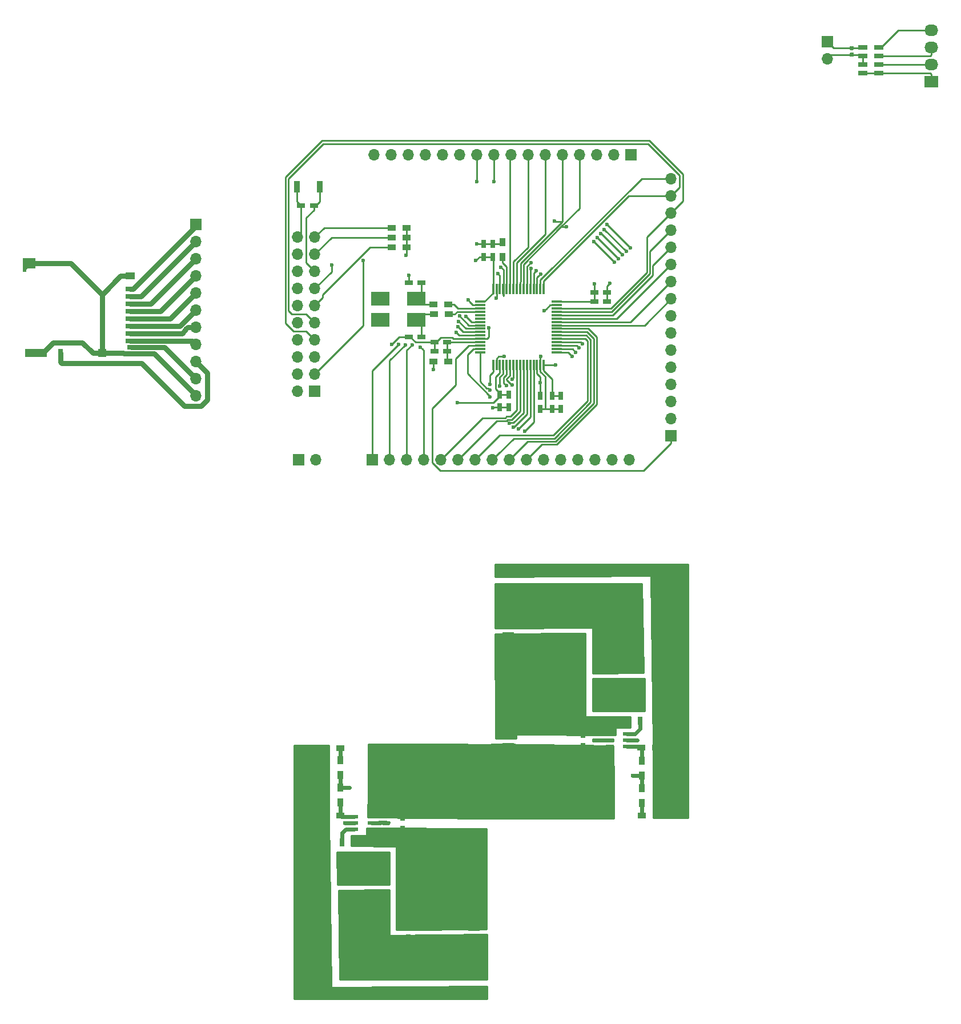
<source format=gbr>
G04 #@! TF.GenerationSoftware,KiCad,Pcbnew,5.0.1-33cea8e~68~ubuntu16.04.1*
G04 #@! TF.CreationDate,2018-10-22T18:58:36-07:00*
G04 #@! TF.ProjectId,STM32,53544D33322E6B696361645F70636200,rev?*
G04 #@! TF.SameCoordinates,Original*
G04 #@! TF.FileFunction,Copper,L1,Top,Signal*
G04 #@! TF.FilePolarity,Positive*
%FSLAX46Y46*%
G04 Gerber Fmt 4.6, Leading zero omitted, Abs format (unit mm)*
G04 Created by KiCad (PCBNEW 5.0.1-33cea8e~68~ubuntu16.04.1) date Mon 22 Oct 2018 06:58:36 PM PDT*
%MOMM*%
%LPD*%
G01*
G04 APERTURE LIST*
G04 #@! TA.AperFunction,SMDPad,CuDef*
%ADD10R,1.400000X0.700000*%
G04 #@! TD*
G04 #@! TA.AperFunction,SMDPad,CuDef*
%ADD11R,1.900000X1.500000*%
G04 #@! TD*
G04 #@! TA.AperFunction,SMDPad,CuDef*
%ADD12R,1.400000X1.000000*%
G04 #@! TD*
G04 #@! TA.AperFunction,SMDPad,CuDef*
%ADD13R,1.200000X1.200000*%
G04 #@! TD*
G04 #@! TA.AperFunction,SMDPad,CuDef*
%ADD14R,3.200000X1.200000*%
G04 #@! TD*
G04 #@! TA.AperFunction,SMDPad,CuDef*
%ADD15R,1.200000X0.700000*%
G04 #@! TD*
G04 #@! TA.AperFunction,SMDPad,CuDef*
%ADD16R,0.500000X0.500000*%
G04 #@! TD*
G04 #@! TA.AperFunction,SMDPad,CuDef*
%ADD17R,0.800000X1.200000*%
G04 #@! TD*
G04 #@! TA.AperFunction,SMDPad,CuDef*
%ADD18C,0.200000*%
G04 #@! TD*
G04 #@! TA.AperFunction,Conductor*
%ADD19C,0.100000*%
G04 #@! TD*
G04 #@! TA.AperFunction,SMDPad,CuDef*
%ADD20R,1.500000X0.300000*%
G04 #@! TD*
G04 #@! TA.AperFunction,SMDPad,CuDef*
%ADD21R,0.300000X1.500000*%
G04 #@! TD*
G04 #@! TA.AperFunction,SMDPad,CuDef*
%ADD22R,1.200000X0.900000*%
G04 #@! TD*
G04 #@! TA.AperFunction,SMDPad,CuDef*
%ADD23R,1.200000X0.750000*%
G04 #@! TD*
G04 #@! TA.AperFunction,SMDPad,CuDef*
%ADD24R,0.750000X1.200000*%
G04 #@! TD*
G04 #@! TA.AperFunction,SMDPad,CuDef*
%ADD25R,0.900000X1.200000*%
G04 #@! TD*
G04 #@! TA.AperFunction,ComponentPad*
%ADD26R,1.700000X1.700000*%
G04 #@! TD*
G04 #@! TA.AperFunction,ComponentPad*
%ADD27O,1.700000X1.700000*%
G04 #@! TD*
G04 #@! TA.AperFunction,SMDPad,CuDef*
%ADD28R,0.900000X1.700000*%
G04 #@! TD*
G04 #@! TA.AperFunction,SMDPad,CuDef*
%ADD29R,2.700000X2.100000*%
G04 #@! TD*
G04 #@! TA.AperFunction,SMDPad,CuDef*
%ADD30R,2.200000X1.500000*%
G04 #@! TD*
G04 #@! TA.AperFunction,SMDPad,CuDef*
%ADD31R,1.270000X0.558800*%
G04 #@! TD*
G04 #@! TA.AperFunction,ComponentPad*
%ADD32R,2.030000X1.730000*%
G04 #@! TD*
G04 #@! TA.AperFunction,ComponentPad*
%ADD33O,2.030000X1.730000*%
G04 #@! TD*
G04 #@! TA.AperFunction,SMDPad,CuDef*
%ADD34R,1.360000X0.650000*%
G04 #@! TD*
G04 #@! TA.AperFunction,SMDPad,CuDef*
%ADD35C,0.590000*%
G04 #@! TD*
G04 #@! TA.AperFunction,ViaPad*
%ADD36C,0.600000*%
G04 #@! TD*
G04 #@! TA.AperFunction,Conductor*
%ADD37C,0.250000*%
G04 #@! TD*
G04 #@! TA.AperFunction,Conductor*
%ADD38C,0.750000*%
G04 #@! TD*
G04 #@! TA.AperFunction,Conductor*
%ADD39C,0.600000*%
G04 #@! TD*
G04 #@! TA.AperFunction,Conductor*
%ADD40C,0.254000*%
G04 #@! TD*
G04 APERTURE END LIST*
D10*
G04 #@! TO.P,J2,1*
G04 #@! TO.N,Net-(J2-Pad1)*
X48703560Y-67991960D03*
D11*
G04 #@! TO.P,J2,11*
G04 #@! TO.N,Net-(J2-Pad11)*
X33703560Y-64191960D03*
D12*
X48703560Y-66091960D03*
D13*
X44503560Y-77491960D03*
D14*
X34703560Y-77491960D03*
D15*
G04 #@! TO.P,J2,9*
G04 #@! TO.N,Net-(J2-Pad9)*
X48803560Y-76641960D03*
D10*
G04 #@! TO.P,J2,2*
G04 #@! TO.N,Net-(J2-Pad2)*
X48703560Y-69091960D03*
G04 #@! TO.P,J2,3*
G04 #@! TO.N,Net-(J2-Pad3)*
X48703560Y-70191960D03*
G04 #@! TO.P,J2,4*
G04 #@! TO.N,Net-(J2-Pad4)*
X48703560Y-71291960D03*
G04 #@! TO.P,J2,5*
G04 #@! TO.N,Net-(J2-Pad5)*
X48703560Y-72391960D03*
G04 #@! TO.P,J2,6*
G04 #@! TO.N,Net-(J2-Pad6)*
X48703560Y-73491960D03*
G04 #@! TO.P,J2,7*
G04 #@! TO.N,Net-(J2-Pad7)*
X48703560Y-74591960D03*
G04 #@! TO.P,J2,8*
G04 #@! TO.N,Net-(J2-Pad8)*
X48703560Y-75691960D03*
D16*
G04 #@! TO.P,J2,11*
G04 #@! TO.N,Net-(J2-Pad11)*
X33003560Y-65191960D03*
D17*
G04 #@! TO.P,J2,10*
G04 #@! TO.N,Net-(J2-Pad10)*
X38303560Y-77491960D03*
D18*
G04 #@! TO.P,J2,11*
G04 #@! TO.N,Net-(J2-Pad11)*
X33253560Y-64941960D03*
D19*
G04 #@! TD*
G04 #@! TO.N,Net-(J2-Pad11)*
G04 #@! TO.C,J2*
G36*
X33112139Y-64941960D02*
X33253560Y-64800539D01*
X33394981Y-64941960D01*
X33253560Y-65083381D01*
X33112139Y-64941960D01*
X33112139Y-64941960D01*
G37*
D20*
G04 #@! TO.P,U1,1*
G04 #@! TO.N,+3V3*
X100565500Y-69884600D03*
G04 #@! TO.P,U1,2*
G04 #@! TO.N,PC13*
X100565500Y-70384600D03*
G04 #@! TO.P,U1,3*
G04 #@! TO.N,Net-(0k1-Pad1)*
X100565500Y-70884600D03*
G04 #@! TO.P,U1,4*
G04 #@! TO.N,Net-(0k2-Pad1)*
X100565500Y-71384600D03*
G04 #@! TO.P,U1,5*
G04 #@! TO.N,Net-(U1-Pad5)*
X100565500Y-71884600D03*
G04 #@! TO.P,U1,6*
G04 #@! TO.N,Net-(U1-Pad6)*
X100565500Y-72384600D03*
G04 #@! TO.P,U1,7*
G04 #@! TO.N,RST*
X100565500Y-72884600D03*
G04 #@! TO.P,U1,8*
G04 #@! TO.N,PC0*
X100565500Y-73384600D03*
G04 #@! TO.P,U1,9*
G04 #@! TO.N,PC1*
X100565500Y-73884600D03*
G04 #@! TO.P,U1,10*
G04 #@! TO.N,PC2*
X100565500Y-74384600D03*
G04 #@! TO.P,U1,11*
G04 #@! TO.N,PC3*
X100565500Y-74884600D03*
G04 #@! TO.P,U1,12*
G04 #@! TO.N,GND*
X100565500Y-75384600D03*
G04 #@! TO.P,U1,13*
G04 #@! TO.N,+3.3VA*
X100565500Y-75884600D03*
G04 #@! TO.P,U1,14*
G04 #@! TO.N,PA0*
X100565500Y-76384600D03*
G04 #@! TO.P,U1,15*
G04 #@! TO.N,PA1*
X100565500Y-76884600D03*
G04 #@! TO.P,U1,16*
G04 #@! TO.N,PA2*
X100565500Y-77384600D03*
D21*
G04 #@! TO.P,U1,17*
G04 #@! TO.N,PA3*
X102485500Y-79304600D03*
G04 #@! TO.P,U1,18*
G04 #@! TO.N,GND*
X102985500Y-79304600D03*
G04 #@! TO.P,U1,19*
G04 #@! TO.N,+3V3*
X103485500Y-79304600D03*
G04 #@! TO.P,U1,20*
G04 #@! TO.N,PA4*
X103985500Y-79304600D03*
G04 #@! TO.P,U1,21*
G04 #@! TO.N,PA5*
X104485500Y-79304600D03*
G04 #@! TO.P,U1,22*
G04 #@! TO.N,PA6*
X104985500Y-79304600D03*
G04 #@! TO.P,U1,23*
G04 #@! TO.N,PA7*
X105485500Y-79304600D03*
G04 #@! TO.P,U1,24*
G04 #@! TO.N,PC4*
X105985500Y-79304600D03*
G04 #@! TO.P,U1,25*
G04 #@! TO.N,PC5*
X106485500Y-79304600D03*
G04 #@! TO.P,U1,26*
G04 #@! TO.N,PB0*
X106985500Y-79304600D03*
G04 #@! TO.P,U1,27*
G04 #@! TO.N,PB1*
X107485500Y-79304600D03*
G04 #@! TO.P,U1,28*
G04 #@! TO.N,PB2*
X107985500Y-79304600D03*
G04 #@! TO.P,U1,29*
G04 #@! TO.N,PB10*
X108485500Y-79304600D03*
G04 #@! TO.P,U1,30*
G04 #@! TO.N,PB11*
X108985500Y-79304600D03*
G04 #@! TO.P,U1,31*
G04 #@! TO.N,GND*
X109485500Y-79304600D03*
G04 #@! TO.P,U1,32*
G04 #@! TO.N,+3V3*
X109985500Y-79304600D03*
D20*
G04 #@! TO.P,U1,33*
G04 #@! TO.N,PB12*
X111905500Y-77384600D03*
G04 #@! TO.P,U1,34*
G04 #@! TO.N,PB13*
X111905500Y-76884600D03*
G04 #@! TO.P,U1,35*
G04 #@! TO.N,PB14*
X111905500Y-76384600D03*
G04 #@! TO.P,U1,36*
G04 #@! TO.N,PB15*
X111905500Y-75884600D03*
G04 #@! TO.P,U1,37*
G04 #@! TO.N,PC6*
X111905500Y-75384600D03*
G04 #@! TO.P,U1,38*
G04 #@! TO.N,PC7*
X111905500Y-74884600D03*
G04 #@! TO.P,U1,39*
G04 #@! TO.N,PC8*
X111905500Y-74384600D03*
G04 #@! TO.P,U1,40*
G04 #@! TO.N,PC9*
X111905500Y-73884600D03*
G04 #@! TO.P,U1,41*
G04 #@! TO.N,PA8*
X111905500Y-73384600D03*
G04 #@! TO.P,U1,42*
G04 #@! TO.N,PA9*
X111905500Y-72884600D03*
G04 #@! TO.P,U1,43*
G04 #@! TO.N,PA10*
X111905500Y-72384600D03*
G04 #@! TO.P,U1,44*
G04 #@! TO.N,PA11*
X111905500Y-71884600D03*
G04 #@! TO.P,U1,45*
G04 #@! TO.N,PA12*
X111905500Y-71384600D03*
G04 #@! TO.P,U1,46*
G04 #@! TO.N,PA13*
X111905500Y-70884600D03*
G04 #@! TO.P,U1,47*
G04 #@! TO.N,GND*
X111905500Y-70384600D03*
G04 #@! TO.P,U1,48*
G04 #@! TO.N,+3V3*
X111905500Y-69884600D03*
D21*
G04 #@! TO.P,U1,49*
G04 #@! TO.N,PA14*
X109985500Y-67964600D03*
G04 #@! TO.P,U1,50*
G04 #@! TO.N,PA15*
X109485500Y-67964600D03*
G04 #@! TO.P,U1,51*
G04 #@! TO.N,PC10*
X108985500Y-67964600D03*
G04 #@! TO.P,U1,52*
G04 #@! TO.N,PC11*
X108485500Y-67964600D03*
G04 #@! TO.P,U1,53*
G04 #@! TO.N,PC12*
X107985500Y-67964600D03*
G04 #@! TO.P,U1,54*
G04 #@! TO.N,PD2*
X107485500Y-67964600D03*
G04 #@! TO.P,U1,55*
G04 #@! TO.N,PB3*
X106985500Y-67964600D03*
G04 #@! TO.P,U1,56*
G04 #@! TO.N,PB4*
X106485500Y-67964600D03*
G04 #@! TO.P,U1,57*
G04 #@! TO.N,PB5*
X105985500Y-67964600D03*
G04 #@! TO.P,U1,58*
G04 #@! TO.N,PB6*
X105485500Y-67964600D03*
G04 #@! TO.P,U1,59*
G04 #@! TO.N,PB7*
X104985500Y-67964600D03*
G04 #@! TO.P,U1,60*
G04 #@! TO.N,Net-(10k4-Pad1)*
X104485500Y-67964600D03*
G04 #@! TO.P,U1,61*
G04 #@! TO.N,PB8*
X103985500Y-67964600D03*
G04 #@! TO.P,U1,62*
G04 #@! TO.N,PB9*
X103485500Y-67964600D03*
G04 #@! TO.P,U1,63*
G04 #@! TO.N,GND*
X102985500Y-67964600D03*
G04 #@! TO.P,U1,64*
G04 #@! TO.N,+3V3*
X102485500Y-67964600D03*
G04 #@! TD*
D22*
G04 #@! TO.P,0k1,1*
G04 #@! TO.N,Net-(0k1-Pad1)*
X95862320Y-70317360D03*
G04 #@! TO.P,0k1,2*
G04 #@! TO.N,Net-(0k1-Pad2)*
X93662320Y-70317360D03*
G04 #@! TD*
G04 #@! TO.P,0k2,1*
G04 #@! TO.N,Net-(0k2-Pad1)*
X95872480Y-71744840D03*
G04 #@! TO.P,0k2,2*
G04 #@! TO.N,Net-(0k2-Pad2)*
X93672480Y-71744840D03*
G04 #@! TD*
D23*
G04 #@! TO.P,1uF1,1*
G04 #@! TO.N,GND*
X93786920Y-77251560D03*
G04 #@! TO.P,1uF1,2*
G04 #@! TO.N,+3.3VA*
X95686920Y-77251560D03*
G04 #@! TD*
D24*
G04 #@! TO.P,1uF2,1*
G04 #@! TO.N,GND*
X102443280Y-61340960D03*
G04 #@! TO.P,1uF2,2*
G04 #@! TO.N,+3V3*
X102443280Y-63240960D03*
G04 #@! TD*
G04 #@! TO.P,1uF3,1*
G04 #@! TO.N,GND*
X103474520Y-85562520D03*
G04 #@! TO.P,1uF3,2*
G04 #@! TO.N,+3V3*
X103474520Y-83662520D03*
G04 #@! TD*
G04 #@! TO.P,1uF4,1*
G04 #@! TO.N,GND*
X111216440Y-85745360D03*
G04 #@! TO.P,1uF4,2*
G04 #@! TO.N,+3V3*
X111216440Y-83845360D03*
G04 #@! TD*
D23*
G04 #@! TO.P,1uF5,1*
G04 #@! TO.N,GND*
X119395280Y-68508880D03*
G04 #@! TO.P,1uF5,2*
G04 #@! TO.N,+3V3*
X117495280Y-68508880D03*
G04 #@! TD*
D24*
G04 #@! TO.P,4.7uF1,1*
G04 #@! TO.N,GND*
X109479080Y-85750480D03*
G04 #@! TO.P,4.7uF1,2*
G04 #@! TO.N,PB11*
X109479080Y-83850480D03*
G04 #@! TD*
D22*
G04 #@! TO.P,10k1,1*
G04 #@! TO.N,GND*
X89624080Y-61808360D03*
G04 #@! TO.P,10k1,2*
G04 #@! TO.N,Net-(10k1-Pad2)*
X87424080Y-61808360D03*
G04 #@! TD*
G04 #@! TO.P,10k2,1*
G04 #@! TO.N,GND*
X89624080Y-58907680D03*
G04 #@! TO.P,10k2,2*
G04 #@! TO.N,Net-(10k2-Pad2)*
X87424080Y-58907680D03*
G04 #@! TD*
G04 #@! TO.P,10k3,1*
G04 #@! TO.N,GND*
X89624080Y-60350400D03*
G04 #@! TO.P,10k3,2*
G04 #@! TO.N,Net-(10k3-Pad2)*
X87424080Y-60350400D03*
G04 #@! TD*
D25*
G04 #@! TO.P,10k4,1*
G04 #@! TO.N,Net-(10k4-Pad1)*
X103860600Y-63240920D03*
G04 #@! TO.P,10k4,2*
G04 #@! TO.N,GND*
X103860600Y-61040920D03*
G04 #@! TD*
D23*
G04 #@! TO.P,10nF1,1*
G04 #@! TO.N,GND*
X93789460Y-75907900D03*
G04 #@! TO.P,10nF1,2*
G04 #@! TO.N,+3.3VA*
X95689460Y-75907900D03*
G04 #@! TD*
D22*
G04 #@! TO.P,22uH1,1*
G04 #@! TO.N,+3.3VA*
X95857240Y-78750160D03*
G04 #@! TO.P,22uH1,2*
G04 #@! TO.N,+3V3*
X93657240Y-78750160D03*
G04 #@! TD*
D23*
G04 #@! TO.P,100nF1,1*
G04 #@! TO.N,RST*
X75915520Y-55656480D03*
G04 #@! TO.P,100nF1,2*
G04 #@! TO.N,GND*
X74015520Y-55656480D03*
G04 #@! TD*
D24*
G04 #@! TO.P,100nF2,1*
G04 #@! TO.N,GND*
X101086920Y-61340960D03*
G04 #@! TO.P,100nF2,2*
G04 #@! TO.N,+3V3*
X101086920Y-63240960D03*
G04 #@! TD*
G04 #@! TO.P,100nF3,1*
G04 #@! TO.N,GND*
X104825800Y-85562520D03*
G04 #@! TO.P,100nF3,2*
G04 #@! TO.N,+3V3*
X104825800Y-83662520D03*
G04 #@! TD*
G04 #@! TO.P,100nF4,1*
G04 #@! TO.N,GND*
X112542320Y-85745320D03*
G04 #@! TO.P,100nF4,2*
G04 #@! TO.N,+3V3*
X112542320Y-83845320D03*
G04 #@! TD*
D23*
G04 #@! TO.P,100nF5,1*
G04 #@! TO.N,GND*
X119390200Y-69870320D03*
G04 #@! TO.P,100nF5,2*
G04 #@! TO.N,+3V3*
X117490200Y-69870320D03*
G04 #@! TD*
G04 #@! TO.P,C1,1*
G04 #@! TO.N,Net-(0k1-Pad2)*
X91851520Y-67030600D03*
G04 #@! TO.P,C1,2*
G04 #@! TO.N,GND*
X89951520Y-67030600D03*
G04 #@! TD*
G04 #@! TO.P,C2,1*
G04 #@! TO.N,Net-(0k2-Pad2)*
X91846440Y-75102720D03*
G04 #@! TO.P,C2,2*
G04 #@! TO.N,GND*
X89946440Y-75102720D03*
G04 #@! TD*
D26*
G04 #@! TO.P,J1,1*
G04 #@! TO.N,+3V3*
X76042520Y-83154520D03*
D27*
G04 #@! TO.P,J1,2*
X73502520Y-83154520D03*
G04 #@! TO.P,J1,3*
G04 #@! TO.N,PB4*
X76042520Y-80614520D03*
G04 #@! TO.P,J1,4*
G04 #@! TO.N,GND*
X73502520Y-80614520D03*
G04 #@! TO.P,J1,5*
G04 #@! TO.N,PA15*
X76042520Y-78074520D03*
G04 #@! TO.P,J1,6*
G04 #@! TO.N,GND*
X73502520Y-78074520D03*
G04 #@! TO.P,J1,7*
G04 #@! TO.N,PA13*
X76042520Y-75534520D03*
G04 #@! TO.P,J1,8*
G04 #@! TO.N,GND*
X73502520Y-75534520D03*
G04 #@! TO.P,J1,9*
G04 #@! TO.N,PA14*
X76042520Y-72994520D03*
G04 #@! TO.P,J1,10*
G04 #@! TO.N,GND*
X73502520Y-72994520D03*
G04 #@! TO.P,J1,11*
G04 #@! TO.N,Net-(10k1-Pad2)*
X76042520Y-70454520D03*
G04 #@! TO.P,J1,12*
G04 #@! TO.N,GND*
X73502520Y-70454520D03*
G04 #@! TO.P,J1,13*
G04 #@! TO.N,PB3*
X76042520Y-67914520D03*
G04 #@! TO.P,J1,14*
G04 #@! TO.N,GND*
X73502520Y-67914520D03*
G04 #@! TO.P,J1,15*
G04 #@! TO.N,RST*
X76042520Y-65374520D03*
G04 #@! TO.P,J1,16*
G04 #@! TO.N,GND*
X73502520Y-65374520D03*
G04 #@! TO.P,J1,17*
G04 #@! TO.N,Net-(10k3-Pad2)*
X76042520Y-62834520D03*
G04 #@! TO.P,J1,18*
G04 #@! TO.N,GND*
X73502520Y-62834520D03*
G04 #@! TO.P,J1,19*
G04 #@! TO.N,Net-(10k2-Pad2)*
X76042520Y-60294520D03*
G04 #@! TO.P,J1,20*
G04 #@! TO.N,GND*
X73502520Y-60294520D03*
G04 #@! TD*
D26*
G04 #@! TO.P,J3,1*
G04 #@! TO.N,PA0*
X128869440Y-89743280D03*
D27*
G04 #@! TO.P,J3,2*
G04 #@! TO.N,PA1*
X128869440Y-87203280D03*
G04 #@! TO.P,J3,3*
G04 #@! TO.N,PA2*
X128869440Y-84663280D03*
G04 #@! TO.P,J3,4*
G04 #@! TO.N,PA3*
X128869440Y-82123280D03*
G04 #@! TO.P,J3,5*
G04 #@! TO.N,PA4*
X128869440Y-79583280D03*
G04 #@! TO.P,J3,6*
G04 #@! TO.N,PA5*
X128869440Y-77043280D03*
G04 #@! TO.P,J3,7*
G04 #@! TO.N,PA6*
X128869440Y-74503280D03*
G04 #@! TO.P,J3,8*
G04 #@! TO.N,PA7*
X128869440Y-71963280D03*
G04 #@! TO.P,J3,9*
G04 #@! TO.N,PA8*
X128869440Y-69423280D03*
G04 #@! TO.P,J3,10*
G04 #@! TO.N,PA9*
X128869440Y-66883280D03*
G04 #@! TO.P,J3,11*
G04 #@! TO.N,PA10*
X128869440Y-64343280D03*
G04 #@! TO.P,J3,12*
G04 #@! TO.N,PA11*
X128869440Y-61803280D03*
G04 #@! TO.P,J3,13*
G04 #@! TO.N,PA12*
X128869440Y-59263280D03*
G04 #@! TO.P,J3,14*
G04 #@! TO.N,PA13*
X128869440Y-56723280D03*
G04 #@! TO.P,J3,15*
G04 #@! TO.N,PA14*
X128869440Y-54183280D03*
G04 #@! TO.P,J3,16*
G04 #@! TO.N,PA15*
X128869440Y-51643280D03*
G04 #@! TD*
D26*
G04 #@! TO.P,J4,1*
G04 #@! TO.N,PB0*
X122885200Y-48072040D03*
D27*
G04 #@! TO.P,J4,2*
G04 #@! TO.N,PB1*
X120345200Y-48072040D03*
G04 #@! TO.P,J4,3*
G04 #@! TO.N,PB2*
X117805200Y-48072040D03*
G04 #@! TO.P,J4,4*
G04 #@! TO.N,PB3*
X115265200Y-48072040D03*
G04 #@! TO.P,J4,5*
G04 #@! TO.N,PB4*
X112725200Y-48072040D03*
G04 #@! TO.P,J4,6*
G04 #@! TO.N,PB5*
X110185200Y-48072040D03*
G04 #@! TO.P,J4,7*
G04 #@! TO.N,PB6*
X107645200Y-48072040D03*
G04 #@! TO.P,J4,8*
G04 #@! TO.N,PB7*
X105105200Y-48072040D03*
G04 #@! TO.P,J4,9*
G04 #@! TO.N,PB8*
X102565200Y-48072040D03*
G04 #@! TO.P,J4,10*
G04 #@! TO.N,PB9*
X100025200Y-48072040D03*
G04 #@! TO.P,J4,11*
G04 #@! TO.N,PB10*
X97485200Y-48072040D03*
G04 #@! TO.P,J4,12*
G04 #@! TO.N,PB11*
X94945200Y-48072040D03*
G04 #@! TO.P,J4,13*
G04 #@! TO.N,PB12*
X92405200Y-48072040D03*
G04 #@! TO.P,J4,14*
G04 #@! TO.N,PB13*
X89865200Y-48072040D03*
G04 #@! TO.P,J4,15*
G04 #@! TO.N,PB14*
X87325200Y-48072040D03*
G04 #@! TO.P,J4,16*
G04 #@! TO.N,PB15*
X84785200Y-48072040D03*
G04 #@! TD*
D26*
G04 #@! TO.P,J5,1*
G04 #@! TO.N,PC0*
X84592160Y-93294200D03*
D27*
G04 #@! TO.P,J5,2*
G04 #@! TO.N,PC1*
X87132160Y-93294200D03*
G04 #@! TO.P,J5,3*
G04 #@! TO.N,PC2*
X89672160Y-93294200D03*
G04 #@! TO.P,J5,4*
G04 #@! TO.N,PC3*
X92212160Y-93294200D03*
G04 #@! TO.P,J5,5*
G04 #@! TO.N,PC4*
X94752160Y-93294200D03*
G04 #@! TO.P,J5,6*
G04 #@! TO.N,PC5*
X97292160Y-93294200D03*
G04 #@! TO.P,J5,7*
G04 #@! TO.N,PC6*
X99832160Y-93294200D03*
G04 #@! TO.P,J5,8*
G04 #@! TO.N,PC7*
X102372160Y-93294200D03*
G04 #@! TO.P,J5,9*
G04 #@! TO.N,PC8*
X104912160Y-93294200D03*
G04 #@! TO.P,J5,10*
G04 #@! TO.N,PC9*
X107452160Y-93294200D03*
G04 #@! TO.P,J5,11*
G04 #@! TO.N,PC10*
X109992160Y-93294200D03*
G04 #@! TO.P,J5,12*
G04 #@! TO.N,PC11*
X112532160Y-93294200D03*
G04 #@! TO.P,J5,13*
G04 #@! TO.N,PC12*
X115072160Y-93294200D03*
G04 #@! TO.P,J5,14*
G04 #@! TO.N,PC13*
X117612160Y-93294200D03*
G04 #@! TO.P,J5,15*
G04 #@! TO.N,Net-(J5-Pad15)*
X120152160Y-93294200D03*
G04 #@! TO.P,J5,16*
G04 #@! TO.N,PD2*
X122692160Y-93294200D03*
G04 #@! TD*
D26*
G04 #@! TO.P,J6,1*
G04 #@! TO.N,GND*
X73604120Y-93278960D03*
D27*
G04 #@! TO.P,J6,2*
G04 #@! TO.N,+3V3*
X76144120Y-93278960D03*
G04 #@! TD*
D26*
G04 #@! TO.P,J9,1*
G04 #@! TO.N,Net-(J2-Pad1)*
X58394600Y-58394600D03*
D27*
G04 #@! TO.P,J9,2*
G04 #@! TO.N,Net-(J2-Pad2)*
X58394600Y-60934600D03*
G04 #@! TO.P,J9,3*
G04 #@! TO.N,Net-(J2-Pad3)*
X58394600Y-63474600D03*
G04 #@! TO.P,J9,4*
G04 #@! TO.N,Net-(J2-Pad4)*
X58394600Y-66014600D03*
G04 #@! TO.P,J9,5*
G04 #@! TO.N,Net-(J2-Pad5)*
X58394600Y-68554600D03*
G04 #@! TO.P,J9,6*
G04 #@! TO.N,Net-(J2-Pad6)*
X58394600Y-71094600D03*
G04 #@! TO.P,J9,7*
G04 #@! TO.N,Net-(J2-Pad7)*
X58394600Y-73634600D03*
G04 #@! TO.P,J9,8*
G04 #@! TO.N,Net-(J2-Pad8)*
X58394600Y-76174600D03*
G04 #@! TO.P,J9,9*
G04 #@! TO.N,Net-(J2-Pad10)*
X58394600Y-78714600D03*
G04 #@! TO.P,J9,10*
G04 #@! TO.N,Net-(J2-Pad9)*
X58394600Y-81254600D03*
G04 #@! TO.P,J9,11*
G04 #@! TO.N,Net-(J2-Pad11)*
X58394600Y-83794600D03*
G04 #@! TD*
D28*
G04 #@! TO.P,SW1,1*
G04 #@! TO.N,GND*
X73387480Y-52821840D03*
G04 #@! TO.P,SW1,2*
G04 #@! TO.N,RST*
X76787480Y-52821840D03*
G04 #@! TD*
D29*
G04 #@! TO.P,Y1,1*
G04 #@! TO.N,Net-(0k1-Pad2)*
X91082640Y-69478560D03*
G04 #@! TO.P,Y1,2*
G04 #@! TO.N,Net-(Y1-Pad2)*
X85782640Y-69478560D03*
G04 #@! TO.P,Y1,3*
G04 #@! TO.N,Net-(Y1-Pad3)*
X85782640Y-72578560D03*
G04 #@! TO.P,Y1,4*
G04 #@! TO.N,Net-(0k2-Pad2)*
X91082640Y-72578560D03*
G04 #@! TD*
D24*
G04 #@! TO.P,C16,1*
G04 #@! TO.N,Net-(C16-Pad1)*
X89070180Y-146245540D03*
G04 #@! TO.P,C16,2*
G04 #@! TO.N,Net-(C16-Pad2)*
X89070180Y-148145540D03*
G04 #@! TD*
G04 #@! TO.P,C17,1*
G04 #@! TO.N,Net-(C17-Pad1)*
X80083660Y-151978400D03*
G04 #@! TO.P,C17,2*
G04 #@! TO.N,Net-(C17-Pad2)*
X80083660Y-150078400D03*
G04 #@! TD*
G04 #@! TO.P,C18,1*
G04 #@! TO.N,Net-(C18-Pad1)*
X89933780Y-164277080D03*
G04 #@! TO.P,C18,2*
G04 #@! TO.N,Net-(C16-Pad2)*
X89933780Y-162377080D03*
G04 #@! TD*
G04 #@! TO.P,C19,1*
G04 #@! TO.N,Net-(C16-Pad1)*
X115836700Y-135879880D03*
G04 #@! TO.P,C19,2*
G04 #@! TO.N,Net-(C16-Pad2)*
X115836700Y-133979880D03*
G04 #@! TD*
G04 #@! TO.P,C20,1*
G04 #@! TO.N,Net-(C20-Pad1)*
X124269500Y-130073360D03*
G04 #@! TO.P,C20,2*
G04 #@! TO.N,Net-(C20-Pad2)*
X124269500Y-131973360D03*
G04 #@! TD*
G04 #@! TO.P,C21,1*
G04 #@! TO.N,Net-(C21-Pad1)*
X115227100Y-117637480D03*
G04 #@! TO.P,C21,2*
G04 #@! TO.N,Net-(C16-Pad2)*
X115227100Y-119537480D03*
G04 #@! TD*
D26*
G04 #@! TO.P,J10,1*
G04 #@! TO.N,Net-(C16-Pad2)*
X104726740Y-119710200D03*
D27*
G04 #@! TO.P,J10,2*
G04 #@! TO.N,Net-(C21-Pad1)*
X104726740Y-117170200D03*
G04 #@! TD*
D30*
G04 #@! TO.P,L2,1*
G04 #@! TO.N,Net-(C18-Pad1)*
X82847180Y-159846880D03*
G04 #@! TO.P,L2,2*
G04 #@! TO.N,Net-(C17-Pad1)*
X82847180Y-153446880D03*
G04 #@! TD*
G04 #@! TO.P,L3,1*
G04 #@! TO.N,Net-(C21-Pad1)*
X121465340Y-122169720D03*
G04 #@! TO.P,L3,2*
G04 #@! TO.N,Net-(C20-Pad1)*
X121465340Y-128569720D03*
G04 #@! TD*
D22*
G04 #@! TO.P,R5,1*
G04 #@! TO.N,Net-(C16-Pad2)*
X77639820Y-146050000D03*
G04 #@! TO.P,R5,2*
G04 #@! TO.N,Net-(R5-Pad2)*
X79839820Y-146050000D03*
G04 #@! TD*
D25*
G04 #@! TO.P,R6,1*
G04 #@! TO.N,Net-(R5-Pad2)*
X79819500Y-144130120D03*
G04 #@! TO.P,R6,2*
G04 #@! TO.N,Net-(C18-Pad1)*
X79819500Y-141930120D03*
G04 #@! TD*
D22*
G04 #@! TO.P,R7,1*
G04 #@! TO.N,Net-(C16-Pad2)*
X126672340Y-136017000D03*
G04 #@! TO.P,R7,2*
G04 #@! TO.N,Net-(R7-Pad2)*
X124472340Y-136017000D03*
G04 #@! TD*
D25*
G04 #@! TO.P,R8,1*
G04 #@! TO.N,Net-(R7-Pad2)*
X124503180Y-137944680D03*
G04 #@! TO.P,R8,2*
G04 #@! TO.N,Net-(C21-Pad1)*
X124503180Y-140144680D03*
G04 #@! TD*
D31*
G04 #@! TO.P,U3,1*
G04 #@! TO.N,Net-(C16-Pad2)*
X119773700Y-133964680D03*
G04 #@! TO.P,U3,2*
G04 #@! TO.N,Net-(C20-Pad1)*
X119773700Y-134904480D03*
G04 #@! TO.P,U3,3*
G04 #@! TO.N,Net-(C16-Pad1)*
X119773700Y-135844280D03*
G04 #@! TO.P,U3,4*
G04 #@! TO.N,Net-(R7-Pad2)*
X122364500Y-135844280D03*
G04 #@! TO.P,U3,5*
G04 #@! TO.N,Net-(C16-Pad1)*
X122364500Y-134904480D03*
G04 #@! TO.P,U3,6*
G04 #@! TO.N,Net-(C20-Pad2)*
X122364500Y-133964680D03*
G04 #@! TD*
D26*
G04 #@! TO.P,J7,1*
G04 #@! TO.N,Net-(C16-Pad1)*
X104686100Y-136159240D03*
D27*
G04 #@! TO.P,J7,2*
G04 #@! TO.N,Net-(C16-Pad2)*
X104686100Y-133619240D03*
G04 #@! TD*
D26*
G04 #@! TO.P,J8,1*
G04 #@! TO.N,Net-(C16-Pad2)*
X99601020Y-162300920D03*
D27*
G04 #@! TO.P,J8,2*
G04 #@! TO.N,Net-(C18-Pad1)*
X99601020Y-164840920D03*
G04 #@! TD*
D31*
G04 #@! TO.P,U2,1*
G04 #@! TO.N,Net-(C16-Pad2)*
X84452460Y-148074380D03*
G04 #@! TO.P,U2,2*
G04 #@! TO.N,Net-(C17-Pad1)*
X84452460Y-147134580D03*
G04 #@! TO.P,U2,3*
G04 #@! TO.N,Net-(C16-Pad1)*
X84452460Y-146194780D03*
G04 #@! TO.P,U2,4*
G04 #@! TO.N,Net-(R5-Pad2)*
X81861660Y-146194780D03*
G04 #@! TO.P,U2,5*
G04 #@! TO.N,Net-(C16-Pad1)*
X81861660Y-147134580D03*
G04 #@! TO.P,U2,6*
G04 #@! TO.N,Net-(C17-Pad2)*
X81861660Y-148074380D03*
G04 #@! TD*
D25*
G04 #@! TO.P,D4,1*
G04 #@! TO.N,Net-(D4-Pad1)*
X124508260Y-144229000D03*
G04 #@! TO.P,D4,2*
G04 #@! TO.N,Net-(C21-Pad1)*
X124508260Y-142029000D03*
G04 #@! TD*
G04 #@! TO.P,D5,1*
G04 #@! TO.N,Net-(D5-Pad1)*
X79806800Y-137817680D03*
G04 #@! TO.P,D5,2*
G04 #@! TO.N,Net-(C18-Pad1)*
X79806800Y-140017680D03*
G04 #@! TD*
D22*
G04 #@! TO.P,R9,1*
G04 #@! TO.N,Net-(C16-Pad2)*
X126705540Y-146090640D03*
G04 #@! TO.P,R9,2*
G04 #@! TO.N,Net-(D4-Pad1)*
X124505540Y-146090640D03*
G04 #@! TD*
G04 #@! TO.P,R10,1*
G04 #@! TO.N,Net-(C16-Pad2)*
X77604260Y-136093200D03*
G04 #@! TO.P,R10,2*
G04 #@! TO.N,Net-(D5-Pad1)*
X79804260Y-136093200D03*
G04 #@! TD*
D26*
G04 #@! TO.P,J13,1*
G04 #@! TO.N,Net-(C16-Pad2)*
X99677220Y-150230840D03*
D27*
G04 #@! TO.P,J13,2*
X99677220Y-152770840D03*
G04 #@! TO.P,J13,3*
X99677220Y-155310840D03*
G04 #@! TO.P,J13,4*
X99677220Y-157850840D03*
G04 #@! TD*
D26*
G04 #@! TO.P,J14,1*
G04 #@! TO.N,Net-(C21-Pad1)*
X104741980Y-113372900D03*
D27*
G04 #@! TO.P,J14,2*
X107281980Y-113372900D03*
G04 #@! TO.P,J14,3*
X109821980Y-113372900D03*
G04 #@! TO.P,J14,4*
X112361980Y-113372900D03*
G04 #@! TO.P,J14,5*
X114901980Y-113372900D03*
G04 #@! TD*
D26*
G04 #@! TO.P,J12,1*
G04 #@! TO.N,Net-(C16-Pad2)*
X104703880Y-123444000D03*
D27*
G04 #@! TO.P,J12,2*
X104703880Y-125984000D03*
G04 #@! TO.P,J12,3*
X104703880Y-128524000D03*
G04 #@! TD*
D26*
G04 #@! TO.P,J15,1*
G04 #@! TO.N,Net-(C18-Pad1)*
X81881980Y-168541700D03*
D27*
G04 #@! TO.P,J15,2*
X84421980Y-168541700D03*
G04 #@! TO.P,J15,3*
X86961980Y-168541700D03*
G04 #@! TO.P,J15,4*
X89501980Y-168541700D03*
G04 #@! TO.P,J15,5*
X92041980Y-168541700D03*
G04 #@! TO.P,J15,6*
X94581980Y-168541700D03*
G04 #@! TO.P,J15,7*
X97121980Y-168541700D03*
G04 #@! TO.P,J15,8*
X99661980Y-168541700D03*
G04 #@! TD*
D32*
G04 #@! TO.P,,1*
G04 #@! TO.N,/CSB*
X167431720Y-37266880D03*
D33*
G04 #@! TO.P,,2*
G04 #@! TO.N,/SDO*
X167431720Y-34726880D03*
G04 #@! TO.P,,3*
G04 #@! TO.N,/SDI*
X167431720Y-32186880D03*
G04 #@! TO.P,,4*
G04 #@! TO.N,/SCLK*
X167431720Y-29646880D03*
G04 #@! TD*
D34*
G04 #@! TO.P,U1,1*
G04 #@! TO.N,+3V3*
X157271720Y-32226880D03*
G04 #@! TO.P,U1,8*
G04 #@! TO.N,/SCLK*
X159621720Y-32226880D03*
G04 #@! TO.P,U1,2*
G04 #@! TO.N,GND*
X157271720Y-33476880D03*
G04 #@! TO.P,U1,3*
X157271720Y-34726880D03*
G04 #@! TO.P,U1,4*
G04 #@! TO.N,/CSB*
X157271720Y-35976880D03*
G04 #@! TO.P,U1,5*
X159621720Y-35976880D03*
G04 #@! TO.P,U1,6*
G04 #@! TO.N,/SDO*
X159621720Y-34726880D03*
G04 #@! TO.P,U1,7*
G04 #@! TO.N,/SDI*
X159621720Y-33476880D03*
G04 #@! TD*
D19*
G04 #@! TO.N,+3V3*
G04 #@! TO.C,C1*
G36*
X155838678Y-31992590D02*
X155852996Y-31994714D01*
X155867037Y-31998231D01*
X155880666Y-32003108D01*
X155893751Y-32009297D01*
X155906167Y-32016738D01*
X155917793Y-32025361D01*
X155928518Y-32035082D01*
X155938239Y-32045807D01*
X155946862Y-32057433D01*
X155954303Y-32069849D01*
X155960492Y-32082934D01*
X155965369Y-32096563D01*
X155968886Y-32110604D01*
X155971010Y-32124922D01*
X155971720Y-32139380D01*
X155971720Y-32434380D01*
X155971010Y-32448838D01*
X155968886Y-32463156D01*
X155965369Y-32477197D01*
X155960492Y-32490826D01*
X155954303Y-32503911D01*
X155946862Y-32516327D01*
X155938239Y-32527953D01*
X155928518Y-32538678D01*
X155917793Y-32548399D01*
X155906167Y-32557022D01*
X155893751Y-32564463D01*
X155880666Y-32570652D01*
X155867037Y-32575529D01*
X155852996Y-32579046D01*
X155838678Y-32581170D01*
X155824220Y-32581880D01*
X155479220Y-32581880D01*
X155464762Y-32581170D01*
X155450444Y-32579046D01*
X155436403Y-32575529D01*
X155422774Y-32570652D01*
X155409689Y-32564463D01*
X155397273Y-32557022D01*
X155385647Y-32548399D01*
X155374922Y-32538678D01*
X155365201Y-32527953D01*
X155356578Y-32516327D01*
X155349137Y-32503911D01*
X155342948Y-32490826D01*
X155338071Y-32477197D01*
X155334554Y-32463156D01*
X155332430Y-32448838D01*
X155331720Y-32434380D01*
X155331720Y-32139380D01*
X155332430Y-32124922D01*
X155334554Y-32110604D01*
X155338071Y-32096563D01*
X155342948Y-32082934D01*
X155349137Y-32069849D01*
X155356578Y-32057433D01*
X155365201Y-32045807D01*
X155374922Y-32035082D01*
X155385647Y-32025361D01*
X155397273Y-32016738D01*
X155409689Y-32009297D01*
X155422774Y-32003108D01*
X155436403Y-31998231D01*
X155450444Y-31994714D01*
X155464762Y-31992590D01*
X155479220Y-31991880D01*
X155824220Y-31991880D01*
X155838678Y-31992590D01*
X155838678Y-31992590D01*
G37*
D35*
G04 #@! TD*
G04 #@! TO.P,C1,1*
G04 #@! TO.N,+3V3*
X155651720Y-32286880D03*
D19*
G04 #@! TO.N,GND*
G04 #@! TO.C,C1*
G36*
X155838678Y-32962590D02*
X155852996Y-32964714D01*
X155867037Y-32968231D01*
X155880666Y-32973108D01*
X155893751Y-32979297D01*
X155906167Y-32986738D01*
X155917793Y-32995361D01*
X155928518Y-33005082D01*
X155938239Y-33015807D01*
X155946862Y-33027433D01*
X155954303Y-33039849D01*
X155960492Y-33052934D01*
X155965369Y-33066563D01*
X155968886Y-33080604D01*
X155971010Y-33094922D01*
X155971720Y-33109380D01*
X155971720Y-33404380D01*
X155971010Y-33418838D01*
X155968886Y-33433156D01*
X155965369Y-33447197D01*
X155960492Y-33460826D01*
X155954303Y-33473911D01*
X155946862Y-33486327D01*
X155938239Y-33497953D01*
X155928518Y-33508678D01*
X155917793Y-33518399D01*
X155906167Y-33527022D01*
X155893751Y-33534463D01*
X155880666Y-33540652D01*
X155867037Y-33545529D01*
X155852996Y-33549046D01*
X155838678Y-33551170D01*
X155824220Y-33551880D01*
X155479220Y-33551880D01*
X155464762Y-33551170D01*
X155450444Y-33549046D01*
X155436403Y-33545529D01*
X155422774Y-33540652D01*
X155409689Y-33534463D01*
X155397273Y-33527022D01*
X155385647Y-33518399D01*
X155374922Y-33508678D01*
X155365201Y-33497953D01*
X155356578Y-33486327D01*
X155349137Y-33473911D01*
X155342948Y-33460826D01*
X155338071Y-33447197D01*
X155334554Y-33433156D01*
X155332430Y-33418838D01*
X155331720Y-33404380D01*
X155331720Y-33109380D01*
X155332430Y-33094922D01*
X155334554Y-33080604D01*
X155338071Y-33066563D01*
X155342948Y-33052934D01*
X155349137Y-33039849D01*
X155356578Y-33027433D01*
X155365201Y-33015807D01*
X155374922Y-33005082D01*
X155385647Y-32995361D01*
X155397273Y-32986738D01*
X155409689Y-32979297D01*
X155422774Y-32973108D01*
X155436403Y-32968231D01*
X155450444Y-32964714D01*
X155464762Y-32962590D01*
X155479220Y-32961880D01*
X155824220Y-32961880D01*
X155838678Y-32962590D01*
X155838678Y-32962590D01*
G37*
D35*
G04 #@! TD*
G04 #@! TO.P,C1,2*
G04 #@! TO.N,GND*
X155651720Y-33256880D03*
D26*
G04 #@! TO.P,,1*
G04 #@! TO.N,+3V3*
X152031720Y-31306880D03*
D27*
G04 #@! TO.P,,2*
G04 #@! TO.N,GND*
X152031720Y-33846880D03*
G04 #@! TD*
D36*
G04 #@! TO.N,GND*
X89595960Y-63022480D03*
X119808240Y-67128632D03*
X104079713Y-78031904D03*
X110052875Y-71233029D03*
X102402650Y-85632191D03*
X101850652Y-73762771D03*
X89956640Y-65999520D03*
X87452200Y-76184760D03*
X102976680Y-69336920D03*
X100035360Y-61341000D03*
X109504480Y-77978000D03*
G04 #@! TO.N,+3V3*
X99906879Y-63800904D03*
X111770977Y-79302190D03*
X97170240Y-84846160D03*
X117505480Y-67228720D03*
X93657240Y-79951400D03*
G04 #@! TO.N,RST*
X98470720Y-72039480D03*
G04 #@! TO.N,PB4*
X83195913Y-63786998D03*
X111541560Y-57922160D03*
G04 #@! TO.N,PB3*
X78519159Y-64411999D03*
X113309400Y-58801000D03*
G04 #@! TO.N,PA1*
X102043622Y-83974816D03*
G04 #@! TO.N,PA2*
X102039147Y-83003772D03*
G04 #@! TO.N,PA3*
X102027087Y-82139520D03*
G04 #@! TO.N,PA4*
X103454617Y-82355555D03*
G04 #@! TO.N,PA5*
X104419223Y-82334433D03*
G04 #@! TO.N,PA6*
X105299339Y-82207420D03*
G04 #@! TO.N,PA7*
X105316276Y-81388350D03*
G04 #@! TO.N,PB0*
X104876058Y-87942271D03*
G04 #@! TO.N,PB1*
X105479525Y-88467481D03*
G04 #@! TO.N,PB2*
X106226775Y-88753201D03*
G04 #@! TO.N,PB8*
X102585520Y-52089593D03*
X103596440Y-64749680D03*
G04 #@! TO.N,PB9*
X100050600Y-52089593D03*
X103149400Y-65745360D03*
G04 #@! TO.N,PB10*
X107182777Y-89072757D03*
G04 #@! TO.N,PB12*
X122251206Y-62432717D03*
X118974348Y-59200783D03*
X114192275Y-77959113D03*
G04 #@! TO.N,PB13*
X118449350Y-59804422D03*
X121632823Y-62940282D03*
X114737536Y-77373712D03*
G04 #@! TO.N,PB14*
X117906789Y-60392325D03*
X121057974Y-63496670D03*
X115241312Y-76752252D03*
G04 #@! TO.N,PB15*
X117371846Y-60987168D03*
X120493118Y-64063199D03*
X115742720Y-76128880D03*
G04 #@! TO.N,PC0*
X88483440Y-76225400D03*
X97490280Y-72019160D03*
G04 #@! TO.N,PC1*
X89453720Y-76260960D03*
X97349917Y-72806752D03*
G04 #@! TO.N,PC2*
X90452678Y-76267842D03*
X97223188Y-73596652D03*
G04 #@! TO.N,PC3*
X91706581Y-76604309D03*
X96997520Y-74457560D03*
G04 #@! TO.N,PC10*
X109501410Y-65772747D03*
G04 #@! TO.N,PC11*
X108850342Y-65307850D03*
G04 #@! TO.N,PC12*
X108135035Y-64949583D03*
G04 #@! TO.N,PC13*
X98748049Y-69635098D03*
G04 #@! TO.N,PD2*
X108103892Y-64150177D03*
G04 #@! TO.N,PB11*
X119319040Y-58455560D03*
X122854314Y-61907109D03*
X109479080Y-81869280D03*
G04 #@! TO.N,Net-(C16-Pad1)*
X84411820Y-144901920D03*
X80484980Y-147142200D03*
X119910860Y-137144760D03*
X123837700Y-134904480D03*
G04 #@! TO.N,Net-(C16-Pad2)*
X107477560Y-133344920D03*
X108386880Y-133329680D03*
X109377480Y-133344920D03*
X110434120Y-133344920D03*
X111394240Y-133344920D03*
X110373160Y-121320560D03*
X111389160Y-121320560D03*
X112339120Y-121310400D03*
X113284000Y-121300240D03*
X114193320Y-121300240D03*
X115097560Y-121310400D03*
X130444240Y-111150400D03*
X128742440Y-111150400D03*
X126842520Y-111135160D03*
X126857760Y-112689640D03*
X128727200Y-112689640D03*
X130459480Y-112689640D03*
X130444240Y-114427000D03*
X128696720Y-114406680D03*
X126842520Y-114442240D03*
X126827280Y-115935760D03*
X128651000Y-115920520D03*
X130429000Y-115935760D03*
X130408680Y-117744240D03*
X128651000Y-117723920D03*
X126796800Y-117723920D03*
X126796800Y-119222520D03*
X128635760Y-119237760D03*
X130393440Y-119237760D03*
X130408680Y-121025920D03*
X128651000Y-121025920D03*
X126796800Y-121010680D03*
X121467880Y-132638800D03*
X122301000Y-132648960D03*
X122311160Y-131770120D03*
X121467880Y-131754880D03*
X127513080Y-137581640D03*
X127538480Y-138389360D03*
X127548640Y-139242800D03*
X127548640Y-140045440D03*
X127558800Y-140848080D03*
X127558800Y-141630400D03*
X127558800Y-142468600D03*
X93680280Y-160695640D03*
X92628720Y-160700720D03*
X91709240Y-160705800D03*
X90774520Y-160705800D03*
X89976960Y-160710880D03*
X89057480Y-160680400D03*
X96814640Y-148706840D03*
X95900240Y-148727160D03*
X94970600Y-148701760D03*
X93990160Y-148701760D03*
X93045280Y-148701760D03*
X73715880Y-170865800D03*
X75453240Y-170886120D03*
X77332840Y-170886120D03*
X77353160Y-169331640D03*
X75514200Y-169331640D03*
X73736200Y-169331640D03*
X73736200Y-167533320D03*
X75493880Y-167553640D03*
X77393800Y-167553640D03*
X77434440Y-166085520D03*
X75554840Y-166085520D03*
X73776840Y-166065200D03*
X73776840Y-164327840D03*
X75554840Y-164348160D03*
X77454760Y-164287200D03*
X77454760Y-162773360D03*
X75615800Y-162814000D03*
X73756520Y-162773360D03*
X73756520Y-161056320D03*
X75575160Y-161015680D03*
X77454760Y-160995360D03*
X76662280Y-144434560D03*
X76652120Y-143621760D03*
X76662280Y-142844520D03*
X76662280Y-142046960D03*
X76652120Y-141229080D03*
X76652120Y-140441680D03*
X76662280Y-139578080D03*
X76662280Y-138689080D03*
X81899760Y-149423120D03*
X81899760Y-150276560D03*
X82712560Y-150256240D03*
X82712560Y-149423120D03*
G04 #@! TO.N,Net-(C17-Pad1)*
X86669880Y-151843740D03*
X86669880Y-147152360D03*
X85755480Y-151805640D03*
X85778340Y-147096480D03*
G04 #@! TO.N,Net-(C18-Pad1)*
X81150460Y-141930120D03*
G04 #@! TO.N,Net-(C20-Pad1)*
X118501160Y-130286760D03*
X117655340Y-130299460D03*
X117655340Y-134894320D03*
X118503700Y-134904480D03*
G04 #@! TO.N,Net-(C21-Pad1)*
X123167140Y-140152120D03*
G04 #@! TD*
D37*
G04 #@! TO.N,Net-(0k1-Pad1)*
X95862320Y-70317360D02*
X96712320Y-70317360D01*
X96712320Y-70317360D02*
X97279560Y-70884600D01*
X97279560Y-70884600D02*
X99565500Y-70884600D01*
X99565500Y-70884600D02*
X100565500Y-70884600D01*
G04 #@! TO.N,Net-(0k1-Pad2)*
X93662320Y-70317360D02*
X91921440Y-70317360D01*
X91921440Y-70317360D02*
X91082640Y-69478560D01*
X91851520Y-67030600D02*
X91851520Y-68709680D01*
X91851520Y-68709680D02*
X91082640Y-69478560D01*
G04 #@! TO.N,Net-(0k2-Pad1)*
X97139320Y-71384600D02*
X96779080Y-71744840D01*
X96779080Y-71744840D02*
X95872480Y-71744840D01*
X100565500Y-71384600D02*
X97139320Y-71384600D01*
G04 #@! TO.N,Net-(0k2-Pad2)*
X93672480Y-71744840D02*
X91916360Y-71744840D01*
X91916360Y-71744840D02*
X91082640Y-72578560D01*
X91846440Y-73342360D02*
X91082640Y-72578560D01*
X91846440Y-75102720D02*
X91846440Y-73342360D01*
G04 #@! TO.N,GND*
X89624080Y-61808360D02*
X89624080Y-62994360D01*
X89624080Y-62994360D02*
X89595960Y-63022480D01*
X89624080Y-60350400D02*
X89624080Y-61808360D01*
X89624080Y-58907680D02*
X89624080Y-60350400D01*
X119508241Y-67428631D02*
X119808240Y-67128632D01*
X119395280Y-67541592D02*
X119508241Y-67428631D01*
X119395280Y-68508880D02*
X119395280Y-67541592D01*
X103258196Y-78031904D02*
X103655449Y-78031904D01*
X102985500Y-78304600D02*
X103258196Y-78031904D01*
X102985500Y-79304600D02*
X102985500Y-78304600D01*
X103655449Y-78031904D02*
X104079713Y-78031904D01*
X110352874Y-70933030D02*
X110052875Y-71233029D01*
X110901304Y-70384600D02*
X110352874Y-70933030D01*
X111905500Y-70384600D02*
X110901304Y-70384600D01*
X103474520Y-85562520D02*
X102472321Y-85562520D01*
X102472321Y-85562520D02*
X102402650Y-85632191D01*
X101850652Y-74187035D02*
X101850652Y-73762771D01*
X101565500Y-75384600D02*
X101850652Y-75099448D01*
X100565500Y-75384600D02*
X101565500Y-75384600D01*
X101850652Y-75099448D02*
X101850652Y-74187035D01*
X109485500Y-79304600D02*
X109485500Y-80289602D01*
X109485500Y-80289602D02*
X110179081Y-80983183D01*
X110179081Y-80983183D02*
X110179081Y-85675479D01*
X110179081Y-85675479D02*
X110104080Y-85750480D01*
X103474520Y-85562520D02*
X103474520Y-85337520D01*
X89951520Y-67030600D02*
X89951520Y-66004640D01*
X89951520Y-66004640D02*
X89956640Y-65999520D01*
X89946440Y-75102720D02*
X88534240Y-75102720D01*
X88534240Y-75102720D02*
X87452200Y-76184760D01*
X102985500Y-67964600D02*
X102985500Y-69328100D01*
X102985500Y-69328100D02*
X102976680Y-69336920D01*
X101086920Y-61340960D02*
X100035400Y-61340960D01*
X100035400Y-61340960D02*
X100035360Y-61341000D01*
X90171440Y-75102720D02*
X89946440Y-75102720D01*
X90976620Y-75907900D02*
X90171440Y-75102720D01*
X93789460Y-75907900D02*
X90976620Y-75907900D01*
X93789460Y-75907900D02*
X93789460Y-77249020D01*
X93789460Y-77249020D02*
X93786920Y-77251560D01*
X100565500Y-75384600D02*
X96614461Y-75384600D01*
X96614461Y-75384600D02*
X96437760Y-75207899D01*
X96437760Y-75207899D02*
X94714461Y-75207899D01*
X94714461Y-75207899D02*
X94014460Y-75907900D01*
X94014460Y-75907900D02*
X93789460Y-75907900D01*
X73387480Y-52821840D02*
X73387480Y-55028440D01*
X73387480Y-55028440D02*
X74015520Y-55656480D01*
X74015520Y-55656480D02*
X74015520Y-59781520D01*
X74015520Y-59781520D02*
X73502520Y-60294520D01*
X111216440Y-85745360D02*
X112542280Y-85745360D01*
X112542280Y-85745360D02*
X112542320Y-85745320D01*
X110104080Y-85750480D02*
X110109200Y-85745360D01*
X110109200Y-85745360D02*
X111216440Y-85745360D01*
X109479080Y-85750480D02*
X110104080Y-85750480D01*
X112522080Y-85725080D02*
X112542320Y-85745320D01*
X103474520Y-85562520D02*
X104825800Y-85562520D01*
X119395280Y-68508880D02*
X119395280Y-69865240D01*
X119395280Y-69865240D02*
X119390200Y-69870320D01*
X102443280Y-61340960D02*
X103560560Y-61340960D01*
X103560560Y-61340960D02*
X103860600Y-61040920D01*
X101086920Y-61340960D02*
X102443280Y-61340960D01*
X93792000Y-75910440D02*
X93789460Y-75907900D01*
X109485500Y-79304600D02*
X109485500Y-77996980D01*
X109485500Y-77996980D02*
X109504480Y-77978000D01*
X157051720Y-33256880D02*
X157271720Y-33476880D01*
X155651720Y-33256880D02*
X157051720Y-33256880D01*
X157271720Y-34726880D02*
X157271720Y-33476880D01*
X152621720Y-33256880D02*
X152031720Y-33846880D01*
X155651720Y-33256880D02*
X152621720Y-33256880D01*
G04 #@! TO.N,+3.3VA*
X95686920Y-77251560D02*
X95686920Y-78579840D01*
X95686920Y-78579840D02*
X95857240Y-78750160D01*
X95689460Y-75907900D02*
X95689460Y-77249020D01*
X95689460Y-77249020D02*
X95686920Y-77251560D01*
X100565500Y-75884600D02*
X95712760Y-75884600D01*
X95707680Y-75889680D02*
X95689460Y-75907900D01*
G04 #@! TO.N,+3V3*
X99906879Y-63796001D02*
X99906879Y-63800904D01*
X100461920Y-63240960D02*
X99906879Y-63796001D01*
X101086920Y-63240960D02*
X100461920Y-63240960D01*
X111768567Y-79304600D02*
X111770977Y-79302190D01*
X109985500Y-79304600D02*
X111768567Y-79304600D01*
X102043622Y-84851127D02*
X97175207Y-84851127D01*
X97175207Y-84851127D02*
X97170240Y-84846160D01*
X102510913Y-84851127D02*
X102467886Y-84851127D01*
X102467886Y-84851127D02*
X102043622Y-84851127D01*
X103474520Y-83662520D02*
X103474520Y-83887520D01*
X103474520Y-83887520D02*
X102510913Y-84851127D01*
X117495280Y-68508880D02*
X117495280Y-67238920D01*
X117495280Y-67238920D02*
X117505480Y-67228720D01*
X111216440Y-81462880D02*
X111216440Y-82995360D01*
X109985500Y-79304600D02*
X109985500Y-80153192D01*
X109985500Y-80153192D02*
X111216440Y-81384132D01*
X111216440Y-81384132D02*
X111216440Y-81462880D01*
X112542320Y-83845320D02*
X112542320Y-84070320D01*
X102829615Y-81589880D02*
X102829615Y-82792615D01*
X102829615Y-81081896D02*
X102829615Y-81589880D01*
X102829615Y-81589880D02*
X102829615Y-81716880D01*
X93657240Y-78750160D02*
X93657240Y-79951400D01*
X103474520Y-83437520D02*
X103474520Y-83662520D01*
X103485500Y-79304600D02*
X103485500Y-80426011D01*
X102829615Y-82792615D02*
X103474520Y-83437520D01*
X103485500Y-80426011D02*
X102829615Y-81081896D01*
X100565500Y-69884600D02*
X101165500Y-69884600D01*
X101165500Y-69884600D02*
X102485500Y-68564600D01*
X102485500Y-68564600D02*
X102485500Y-67964600D01*
X111216440Y-82995360D02*
X111216440Y-83845360D01*
X112542320Y-83845320D02*
X111216480Y-83845320D01*
X111216480Y-83845320D02*
X111216440Y-83845360D01*
X112542280Y-83845360D02*
X112542320Y-83845320D01*
X103474520Y-83662520D02*
X104825800Y-83662520D01*
X117495280Y-68508880D02*
X117495280Y-69865240D01*
X117495280Y-69865240D02*
X117490200Y-69870320D01*
X111905500Y-69884600D02*
X117475920Y-69884600D01*
X117475920Y-69884600D02*
X117490200Y-69870320D01*
X101086920Y-63240960D02*
X102443280Y-63240960D01*
X102485500Y-67964600D02*
X102485500Y-63283180D01*
X102485500Y-63283180D02*
X102443280Y-63240960D01*
X117270280Y-68508880D02*
X117495280Y-68508880D01*
X157211720Y-32286880D02*
X157271720Y-32226880D01*
X155651720Y-32286880D02*
X157211720Y-32286880D01*
X153011720Y-32286880D02*
X152031720Y-31306880D01*
X155651720Y-32286880D02*
X153011720Y-32286880D01*
G04 #@! TO.N,Net-(10k1-Pad2)*
X76042520Y-70454520D02*
X77217521Y-69279519D01*
X77217521Y-69279519D02*
X77217521Y-68840388D01*
X77217521Y-68840388D02*
X84249549Y-61808360D01*
X84249549Y-61808360D02*
X86574080Y-61808360D01*
X86574080Y-61808360D02*
X87424080Y-61808360D01*
G04 #@! TO.N,Net-(10k2-Pad2)*
X76042520Y-60294520D02*
X77429360Y-58907680D01*
X77429360Y-58907680D02*
X87424080Y-58907680D01*
G04 #@! TO.N,Net-(10k3-Pad2)*
X76042520Y-62834520D02*
X78526640Y-60350400D01*
X78526640Y-60350400D02*
X87424080Y-60350400D01*
G04 #@! TO.N,Net-(10k4-Pad1)*
X103860600Y-63240920D02*
X103860600Y-64090920D01*
X103860600Y-64090920D02*
X104485500Y-64715820D01*
X104485500Y-64715820D02*
X104485500Y-66964600D01*
X104485500Y-66964600D02*
X104485500Y-67964600D01*
G04 #@! TO.N,RST*
X74757280Y-57439720D02*
X74757280Y-64089280D01*
X74757280Y-64089280D02*
X76042520Y-65374520D01*
X75915520Y-55656480D02*
X75915520Y-56281480D01*
X75915520Y-56281480D02*
X74757280Y-57439720D01*
X100565500Y-72884600D02*
X99315840Y-72884600D01*
X99315840Y-72884600D02*
X98470720Y-72039480D01*
X76787480Y-52821840D02*
X76787480Y-55009520D01*
X76787480Y-55009520D02*
X76140520Y-55656480D01*
X76140520Y-55656480D02*
X75915520Y-55656480D01*
G04 #@! TO.N,PB4*
X83195913Y-64211262D02*
X83195913Y-63786998D01*
X83195913Y-73461127D02*
X83195913Y-64211262D01*
X76042520Y-80614520D02*
X83195913Y-73461127D01*
X112725200Y-57977138D02*
X111596538Y-57977138D01*
X111596538Y-57977138D02*
X111541560Y-57922160D01*
X106535491Y-64166847D02*
X112725200Y-57977138D01*
X112725200Y-57977138D02*
X112725200Y-48072040D01*
X106485500Y-67964600D02*
X106485500Y-66964600D01*
X106485500Y-66964600D02*
X106535490Y-66914610D01*
X106535490Y-66914610D02*
X106535491Y-64166847D01*
G04 #@! TO.N,PA15*
X124514776Y-51643280D02*
X127667359Y-51643280D01*
X109485500Y-67964600D02*
X109485500Y-66672556D01*
X109485500Y-66672556D02*
X124514776Y-51643280D01*
X127667359Y-51643280D02*
X128869440Y-51643280D01*
G04 #@! TO.N,PA13*
X128869440Y-56723280D02*
X130594529Y-54998191D01*
X130594529Y-54998191D02*
X130594529Y-50992957D01*
X71655510Y-73076510D02*
X72848217Y-74269217D01*
X130594529Y-50992957D02*
X125628482Y-46026910D01*
X75192521Y-74684521D02*
X76042520Y-75534520D01*
X125628482Y-46026910D02*
X77075319Y-46026911D01*
X77075319Y-46026911D02*
X71655510Y-51446720D01*
X71655510Y-51446720D02*
X71655510Y-73076510D01*
X72848217Y-74269217D02*
X74777217Y-74269217D01*
X74777217Y-74269217D02*
X75192521Y-74684521D01*
X125262640Y-65557882D02*
X125262640Y-60330080D01*
X125262640Y-60330080D02*
X128869440Y-56723280D01*
X111905500Y-70884600D02*
X119935922Y-70884600D01*
X119935922Y-70884600D02*
X125262640Y-65557882D01*
G04 #@! TO.N,PA14*
X72603360Y-71709280D02*
X74757280Y-71709280D01*
X74757280Y-71709280D02*
X76042520Y-72994520D01*
X72105520Y-71211440D02*
X72603360Y-71709280D01*
X72105520Y-51633120D02*
X72105520Y-71211440D01*
X77261720Y-46476920D02*
X72105520Y-51633120D01*
X125442082Y-46476920D02*
X77261720Y-46476920D01*
X130144520Y-52908200D02*
X130144520Y-51179358D01*
X130144520Y-51179358D02*
X125442082Y-46476920D01*
X128869440Y-54183280D02*
X130144520Y-52908200D01*
X127667359Y-54183280D02*
X128869440Y-54183280D01*
X109985500Y-67964600D02*
X109985500Y-66808967D01*
X122611187Y-54183280D02*
X127667359Y-54183280D01*
X109985500Y-66808967D02*
X122611187Y-54183280D01*
G04 #@! TO.N,PB3*
X78519159Y-64411999D02*
X78519159Y-65437881D01*
X78519159Y-65437881D02*
X76042520Y-67914520D01*
X112537748Y-58801000D02*
X115265200Y-56073548D01*
X106985500Y-64353248D02*
X112537748Y-58801000D01*
X112537748Y-58801000D02*
X113309400Y-58801000D01*
X106985500Y-67964600D02*
X106985500Y-64353248D01*
X115265200Y-56073548D02*
X115265200Y-48072040D01*
D38*
G04 #@! TO.N,Net-(J2-Pad1)*
X48703560Y-67991960D02*
X49053560Y-67991960D01*
X49053560Y-67991960D02*
X58394600Y-58650920D01*
X58394600Y-58650920D02*
X58394600Y-58394600D01*
G04 #@! TO.N,Net-(J2-Pad11)*
X44503560Y-77491960D02*
X47668558Y-77491960D01*
X47668558Y-77491960D02*
X47743559Y-77566961D01*
X47743559Y-77566961D02*
X48385044Y-77566961D01*
X48385044Y-77566961D02*
X48410053Y-77591970D01*
X48410053Y-77591970D02*
X52191970Y-77591970D01*
X52191970Y-77591970D02*
X57544601Y-82944601D01*
X57544601Y-82944601D02*
X58394600Y-83794600D01*
X34703560Y-77491960D02*
X35703560Y-77491960D01*
X35703560Y-77491960D02*
X37274735Y-75920785D01*
X37274735Y-75920785D02*
X41582385Y-75920785D01*
X41582385Y-75920785D02*
X43153560Y-77491960D01*
X43153560Y-77491960D02*
X44503560Y-77491960D01*
X33703560Y-64191960D02*
X39853560Y-64191960D01*
X39853560Y-64191960D02*
X44503560Y-68841960D01*
X48703560Y-66091960D02*
X47253560Y-66091960D01*
X47253560Y-66091960D02*
X44503560Y-68841960D01*
X44503560Y-68841960D02*
X44503560Y-76141960D01*
X44503560Y-76141960D02*
X44503560Y-77491960D01*
G04 #@! TO.N,Net-(J2-Pad9)*
X48803560Y-76641960D02*
X53781960Y-76641960D01*
X53781960Y-76641960D02*
X58394600Y-81254600D01*
G04 #@! TO.N,Net-(J2-Pad2)*
X48703560Y-69091960D02*
X50237240Y-69091960D01*
X50237240Y-69091960D02*
X58394600Y-60934600D01*
G04 #@! TO.N,Net-(J2-Pad3)*
X48703560Y-70191960D02*
X51677240Y-70191960D01*
X51677240Y-70191960D02*
X58394600Y-63474600D01*
G04 #@! TO.N,Net-(J2-Pad4)*
X48703560Y-71291960D02*
X53117240Y-71291960D01*
X53117240Y-71291960D02*
X58394600Y-66014600D01*
G04 #@! TO.N,Net-(J2-Pad5)*
X48703560Y-72391960D02*
X54557240Y-72391960D01*
X54557240Y-72391960D02*
X58394600Y-68554600D01*
G04 #@! TO.N,Net-(J2-Pad6)*
X48703560Y-73491960D02*
X55991642Y-73491960D01*
X55991642Y-73491960D02*
X57539003Y-71944599D01*
X57539003Y-71944599D02*
X57544601Y-71944599D01*
X57544601Y-71944599D02*
X58394600Y-71094600D01*
G04 #@! TO.N,Net-(J2-Pad7)*
X56913780Y-74015600D02*
X56913780Y-73913339D01*
X56913780Y-73913339D02*
X57192519Y-73634600D01*
X57192519Y-73634600D02*
X58394600Y-73634600D01*
X56337420Y-74591960D02*
X56913780Y-74015600D01*
X48703560Y-74591960D02*
X56337420Y-74591960D01*
G04 #@! TO.N,Net-(J2-Pad8)*
X48703560Y-75691960D02*
X57911960Y-75691960D01*
X57911960Y-75691960D02*
X58394600Y-76174600D01*
G04 #@! TO.N,Net-(J2-Pad10)*
X38303560Y-77491960D02*
X38303560Y-78841960D01*
X38303560Y-78841960D02*
X38491756Y-79030156D01*
X38491756Y-79030156D02*
X50389116Y-79030156D01*
X59244599Y-79564599D02*
X58394600Y-78714600D01*
X50389116Y-79030156D02*
X56738163Y-85379203D01*
X56738163Y-85379203D02*
X59145116Y-85379203D01*
X59145116Y-85379203D02*
X60126611Y-84397708D01*
X60126611Y-80446611D02*
X59244599Y-79564599D01*
X60126611Y-84397708D02*
X60126611Y-80446611D01*
D37*
G04 #@! TO.N,PA0*
X100565500Y-76384600D02*
X99565500Y-76384600D01*
X98836480Y-76393040D02*
X96936560Y-78292960D01*
X99565500Y-76384600D02*
X99557060Y-76393040D01*
X96936560Y-82224880D02*
X93472000Y-85689440D01*
X94665403Y-94946445D02*
X124766275Y-94946445D01*
X99557060Y-76393040D02*
X98836480Y-76393040D01*
X93472000Y-85689440D02*
X93472000Y-93753042D01*
X96936560Y-78292960D02*
X96936560Y-82224880D01*
X93472000Y-93753042D02*
X94665403Y-94946445D01*
X124766275Y-94946445D02*
X128869440Y-90843280D01*
X128869440Y-90843280D02*
X128869440Y-89743280D01*
G04 #@! TO.N,PA1*
X98696350Y-77753750D02*
X98696350Y-80544874D01*
X98696350Y-80544874D02*
X102043622Y-83892146D01*
X100565500Y-76884600D02*
X99565500Y-76884600D01*
X99565500Y-76884600D02*
X98696350Y-77753750D01*
X102043622Y-83892146D02*
X102043622Y-83974816D01*
G04 #@! TO.N,PA2*
X100565500Y-77384600D02*
X100565500Y-81751742D01*
X101517531Y-82703773D02*
X101739148Y-82703773D01*
X101739148Y-82703773D02*
X102039147Y-83003772D01*
X100565500Y-81751742D02*
X101517531Y-82703773D01*
G04 #@! TO.N,PA3*
X102027087Y-81715256D02*
X102027087Y-82139520D01*
X102027087Y-80763013D02*
X102027087Y-81715256D01*
X102485500Y-80304600D02*
X102027087Y-80763013D01*
X102485500Y-79304600D02*
X102485500Y-80304600D01*
G04 #@! TO.N,PA4*
X103985500Y-79304600D02*
X103985500Y-80562422D01*
X103985500Y-80562422D02*
X103454617Y-81093305D01*
X103454617Y-81931291D02*
X103454617Y-82355555D01*
X103454617Y-81093305D02*
X103454617Y-81931291D01*
G04 #@! TO.N,PA5*
X104046630Y-81961840D02*
X104119224Y-82034434D01*
X104046630Y-81137702D02*
X104046630Y-81961840D01*
X104485500Y-79304600D02*
X104485500Y-80698832D01*
X104485500Y-80698832D02*
X104046630Y-81137702D01*
X104119224Y-82034434D02*
X104419223Y-82334433D01*
G04 #@! TO.N,PA6*
X104496641Y-81453474D02*
X105250587Y-82207420D01*
X104496641Y-81324101D02*
X104496641Y-81453474D01*
X104985500Y-79304600D02*
X104985500Y-80835242D01*
X104985500Y-80835242D02*
X104496641Y-81324101D01*
X105250587Y-82207420D02*
X105299339Y-82207420D01*
G04 #@! TO.N,PA7*
X105485500Y-81219126D02*
X105316276Y-81388350D01*
X105485500Y-79304600D02*
X105485500Y-81219126D01*
G04 #@! TO.N,PA8*
X111905500Y-73384600D02*
X124908120Y-73384600D01*
X124908120Y-73384600D02*
X128869440Y-69423280D01*
G04 #@! TO.N,PA9*
X111905500Y-72884600D02*
X122868120Y-72884600D01*
X122868120Y-72884600D02*
X128869440Y-66883280D01*
G04 #@! TO.N,PA10*
X111905500Y-72384600D02*
X120828120Y-72384600D01*
X120828120Y-72384600D02*
X128869440Y-64343280D01*
G04 #@! TO.N,PA11*
X126162660Y-65930682D02*
X126162660Y-64510060D01*
X126162660Y-64510060D02*
X128869440Y-61803280D01*
X111905500Y-71884600D02*
X120208742Y-71884600D01*
X120208742Y-71884600D02*
X126162660Y-65930682D01*
G04 #@! TO.N,PA12*
X125712650Y-65744282D02*
X125712650Y-62420070D01*
X125712650Y-62420070D02*
X128869440Y-59263280D01*
X111905500Y-71384600D02*
X120072332Y-71384600D01*
X120072332Y-71384600D02*
X125712650Y-65744282D01*
G04 #@! TO.N,PB0*
X104975850Y-87842479D02*
X104876058Y-87942271D01*
X106985500Y-79304600D02*
X106985500Y-86364365D01*
X105507386Y-87842479D02*
X104975850Y-87842479D01*
X106985500Y-86364365D02*
X105507386Y-87842479D01*
G04 #@! TO.N,PB1*
X105553508Y-88467481D02*
X105479525Y-88467481D01*
X107485500Y-79304600D02*
X107485500Y-86535489D01*
X107485500Y-86535489D02*
X105553508Y-88467481D01*
G04 #@! TO.N,PB2*
X106526774Y-88453202D02*
X106226775Y-88753201D01*
X107985500Y-79304600D02*
X107985500Y-86994476D01*
X107985500Y-86994476D02*
X106526774Y-88453202D01*
G04 #@! TO.N,PB5*
X105985500Y-67964600D02*
X105985500Y-64080428D01*
X105985500Y-64080428D02*
X110185200Y-59880728D01*
X110185200Y-59880728D02*
X110185200Y-48072040D01*
G04 #@! TO.N,PB6*
X105485500Y-67964600D02*
X105485500Y-63944018D01*
X105485500Y-63944018D02*
X107645200Y-61784318D01*
X107645200Y-61784318D02*
X107645200Y-48072040D01*
G04 #@! TO.N,PB7*
X104985500Y-67964600D02*
X104985500Y-48191740D01*
X104985500Y-48191740D02*
X105105200Y-48072040D01*
G04 #@! TO.N,PB8*
X102565200Y-52069273D02*
X102585520Y-52089593D01*
X102565200Y-48072040D02*
X102565200Y-52069273D01*
X103985500Y-67964600D02*
X103985500Y-68964600D01*
X103985500Y-68964600D02*
X104010499Y-68989599D01*
X104010499Y-68989599D02*
X104010499Y-65163739D01*
X104010499Y-65163739D02*
X103596440Y-64749680D01*
G04 #@! TO.N,PB9*
X100025200Y-52064193D02*
X100050600Y-52089593D01*
X100025200Y-48072040D02*
X100025200Y-52064193D01*
X103485500Y-67964600D02*
X103485500Y-66081460D01*
X103485500Y-66081460D02*
X103149400Y-65745360D01*
G04 #@! TO.N,PB10*
X107482776Y-88772758D02*
X107182777Y-89072757D01*
X108485500Y-87770034D02*
X107482776Y-88772758D01*
X108485500Y-79304600D02*
X108485500Y-87770034D01*
G04 #@! TO.N,PB12*
X122206282Y-62432717D02*
X122251206Y-62432717D01*
X118974348Y-59200783D02*
X122206282Y-62432717D01*
X111905500Y-77384600D02*
X113617762Y-77384600D01*
X113617762Y-77384600D02*
X114192275Y-77959113D01*
G04 #@! TO.N,PB13*
X121632823Y-62940282D02*
X118496963Y-59804422D01*
X118496963Y-59804422D02*
X118449350Y-59804422D01*
X121632833Y-62940272D02*
X121632823Y-62940282D01*
X121735096Y-62940272D02*
X121632833Y-62940272D01*
X111905500Y-76884600D02*
X114248424Y-76884600D01*
X114248424Y-76884600D02*
X114737536Y-77373712D01*
G04 #@! TO.N,PB14*
X121057974Y-63496670D02*
X117953629Y-60392325D01*
X117953629Y-60392325D02*
X117906789Y-60392325D01*
X111905500Y-76384600D02*
X114873660Y-76384600D01*
X114873660Y-76384600D02*
X115241312Y-76752252D01*
G04 #@! TO.N,PB15*
X120493118Y-64063199D02*
X117417087Y-60987168D01*
X117417087Y-60987168D02*
X117371846Y-60987168D01*
X111905500Y-75884600D02*
X115498440Y-75884600D01*
X115498440Y-75884600D02*
X115742720Y-76128880D01*
G04 #@! TO.N,PC0*
X88483440Y-76225400D02*
X88458751Y-76225400D01*
X88458751Y-76225400D02*
X84592160Y-80091991D01*
X84592160Y-80091991D02*
X84592160Y-93294200D01*
X100565500Y-73384600D02*
X98855720Y-73384600D01*
X98855720Y-73384600D02*
X97490280Y-72019160D01*
G04 #@! TO.N,PC1*
X89453720Y-76260960D02*
X87132160Y-78582520D01*
X87132160Y-78582520D02*
X87132160Y-93294200D01*
X100565500Y-73884600D02*
X98427765Y-73884600D01*
X98427765Y-73884600D02*
X97349917Y-72806752D01*
G04 #@! TO.N,PC2*
X89672160Y-93294200D02*
X89672160Y-77048360D01*
X89672160Y-77048360D02*
X90452678Y-76267842D01*
X100565500Y-74384600D02*
X98011136Y-74384600D01*
X98011136Y-74384600D02*
X97223188Y-73596652D01*
G04 #@! TO.N,PC3*
X92006580Y-76904308D02*
X91706581Y-76604309D01*
X92212160Y-77109888D02*
X92006580Y-76904308D01*
X92212160Y-93294200D02*
X92212160Y-77109888D01*
X96997520Y-74457560D02*
X97424560Y-74884600D01*
X97424560Y-74884600D02*
X100565500Y-74884600D01*
G04 #@! TO.N,PC4*
X104257426Y-87106760D02*
X100939600Y-87106760D01*
X105985500Y-79304600D02*
X105985500Y-85962822D01*
X105029782Y-86918540D02*
X104445646Y-86918540D01*
X100939600Y-87106760D02*
X95602159Y-92444201D01*
X95602159Y-92444201D02*
X94752160Y-93294200D01*
X104445646Y-86918540D02*
X104257426Y-87106760D01*
X105985500Y-85962822D02*
X105029782Y-86918540D01*
G04 #@! TO.N,PC5*
X106485500Y-86099232D02*
X105216181Y-87368551D01*
X103020324Y-87566036D02*
X98142159Y-92444201D01*
X105216181Y-87368551D02*
X104632046Y-87368551D01*
X104434561Y-87566036D02*
X103020324Y-87566036D01*
X98142159Y-92444201D02*
X97292160Y-93294200D01*
X106485500Y-79304600D02*
X106485500Y-86099232D01*
X104632046Y-87368551D02*
X104434561Y-87566036D01*
G04 #@! TO.N,PC6*
X116163573Y-75384600D02*
X116490837Y-75711864D01*
X111905500Y-75384600D02*
X116163573Y-75384600D01*
X116490837Y-75711864D02*
X116490837Y-84576638D01*
X116490837Y-84576638D02*
X111369708Y-89697767D01*
X111369708Y-89697767D02*
X103428593Y-89697767D01*
X103428593Y-89697767D02*
X100682159Y-92444201D01*
X100682159Y-92444201D02*
X99832160Y-93294200D01*
G04 #@! TO.N,PC7*
X116940848Y-84763038D02*
X111556108Y-90147778D01*
X103222159Y-92444201D02*
X102372160Y-93294200D01*
X111905500Y-74884600D02*
X116299984Y-74884600D01*
X105518582Y-90147778D02*
X103222159Y-92444201D01*
X116940848Y-75525464D02*
X116940848Y-84763038D01*
X116299984Y-74884600D02*
X116940848Y-75525464D01*
X111556108Y-90147778D02*
X105518582Y-90147778D01*
G04 #@! TO.N,PC8*
X107608571Y-90597789D02*
X105762159Y-92444201D01*
X111742508Y-90597789D02*
X107608571Y-90597789D01*
X111905500Y-74384600D02*
X116436395Y-74384600D01*
X117390859Y-75339064D02*
X117390859Y-84949438D01*
X116436395Y-74384600D02*
X117390859Y-75339064D01*
X117390859Y-84949438D02*
X111742508Y-90597789D01*
X105762159Y-92444201D02*
X104912160Y-93294200D01*
G04 #@! TO.N,PC9*
X108302159Y-92444201D02*
X107452160Y-93294200D01*
X111928908Y-91047800D02*
X109698560Y-91047800D01*
X117840870Y-75152664D02*
X117840870Y-85135838D01*
X117840870Y-85135838D02*
X111928908Y-91047800D01*
X111905500Y-73884600D02*
X116572806Y-73884600D01*
X116572806Y-73884600D02*
X117840870Y-75152664D01*
X109698560Y-91047800D02*
X108302159Y-92444201D01*
G04 #@! TO.N,PC10*
X108985500Y-67964600D02*
X108985500Y-66288657D01*
X108985500Y-66288657D02*
X109201411Y-66072746D01*
X109201411Y-66072746D02*
X109501410Y-65772747D01*
G04 #@! TO.N,PC11*
X108550343Y-65607849D02*
X108850342Y-65307850D01*
X108485500Y-67964600D02*
X108485500Y-65672692D01*
X108485500Y-65672692D02*
X108550343Y-65607849D01*
G04 #@! TO.N,PC12*
X107985500Y-65099118D02*
X108135035Y-64949583D01*
X107985500Y-67964600D02*
X107985500Y-65099118D01*
G04 #@! TO.N,PC13*
X99497551Y-70384600D02*
X99048048Y-69935097D01*
X100565500Y-70384600D02*
X99497551Y-70384600D01*
X99048048Y-69935097D02*
X98748049Y-69635098D01*
G04 #@! TO.N,PD2*
X108009439Y-64150177D02*
X108103892Y-64150177D01*
X107485500Y-67964600D02*
X107485500Y-64674116D01*
X107485500Y-64674116D02*
X108009439Y-64150177D01*
G04 #@! TO.N,PB11*
X122854314Y-61907109D02*
X119402765Y-58455560D01*
X119402765Y-58455560D02*
X119319040Y-58455560D01*
X109479080Y-81869280D02*
X109479080Y-83850480D01*
X109479080Y-81005680D02*
X109479080Y-81869280D01*
X108985500Y-80512100D02*
X109479080Y-81005680D01*
X108985500Y-79304600D02*
X108985500Y-80512100D01*
X109468100Y-83839500D02*
X109479080Y-83850480D01*
D39*
G04 #@! TO.N,Net-(C16-Pad1)*
X89070180Y-146245540D02*
X90901918Y-144413802D01*
X90901918Y-144413802D02*
X97881538Y-144413802D01*
X104686100Y-137609240D02*
X104686100Y-136159240D01*
X97881538Y-144413802D02*
X104686100Y-137609240D01*
X81958180Y-147142200D02*
X80484980Y-147142200D01*
X122364500Y-134904480D02*
X123837700Y-134904480D01*
G04 #@! TO.N,Net-(C16-Pad2)*
X115756580Y-132699760D02*
X112039400Y-132699760D01*
X112039400Y-132699760D02*
X111394240Y-133344920D01*
X115836700Y-133979880D02*
X115836700Y-132779880D01*
X115836700Y-132779880D02*
X115756580Y-132699760D01*
X108386880Y-133329680D02*
X107492800Y-133329680D01*
X107492800Y-133329680D02*
X107477560Y-133344920D01*
X110434120Y-133344920D02*
X109377480Y-133344920D01*
X112339120Y-121310400D02*
X111399320Y-121310400D01*
X111399320Y-121310400D02*
X111389160Y-121320560D01*
X114193320Y-121300240D02*
X113284000Y-121300240D01*
X115227100Y-119537480D02*
X115227100Y-121180860D01*
X115227100Y-121180860D02*
X115097560Y-121310400D01*
X128742440Y-111150400D02*
X130444240Y-111150400D01*
X126857760Y-112689640D02*
X126857760Y-111150400D01*
X126857760Y-111150400D02*
X126842520Y-111135160D01*
X130459480Y-112689640D02*
X128727200Y-112689640D01*
X128696720Y-114406680D02*
X130423920Y-114406680D01*
X130423920Y-114406680D02*
X130444240Y-114427000D01*
X126827280Y-115935760D02*
X126827280Y-114457480D01*
X126827280Y-114457480D02*
X126842520Y-114442240D01*
X130429000Y-115935760D02*
X128666240Y-115935760D01*
X128666240Y-115935760D02*
X128651000Y-115920520D01*
X128651000Y-117723920D02*
X130388360Y-117723920D01*
X130388360Y-117723920D02*
X130408680Y-117744240D01*
X126796800Y-119222520D02*
X126796800Y-117723920D01*
X130393440Y-119237760D02*
X128635760Y-119237760D01*
X128651000Y-121025920D02*
X130408680Y-121025920D01*
X126672340Y-136017000D02*
X126672340Y-121135140D01*
X126672340Y-121135140D02*
X126796800Y-121010680D01*
X122311160Y-131770120D02*
X122311160Y-132638800D01*
X122311160Y-132638800D02*
X122301000Y-132648960D01*
X119730520Y-132217160D02*
X120192800Y-131754880D01*
X120192800Y-131754880D02*
X121467880Y-131754880D01*
X119730520Y-133042100D02*
X119730520Y-132217160D01*
X119773700Y-133964680D02*
X119773700Y-133085280D01*
X119773700Y-133085280D02*
X119730520Y-133042100D01*
X127538480Y-138389360D02*
X127538480Y-137607040D01*
X127538480Y-137607040D02*
X127513080Y-137581640D01*
X127548640Y-140045440D02*
X127548640Y-139242800D01*
X127558800Y-141630400D02*
X127558800Y-140848080D01*
X126705540Y-146090640D02*
X126705540Y-143321860D01*
X126705540Y-143321860D02*
X127558800Y-142468600D01*
X91709240Y-160705800D02*
X92623640Y-160705800D01*
X92623640Y-160705800D02*
X92628720Y-160700720D01*
X89976960Y-160710880D02*
X90769440Y-160710880D01*
X90769440Y-160710880D02*
X90774520Y-160705800D01*
X89933780Y-162377080D02*
X89933780Y-161556700D01*
X89933780Y-161556700D02*
X89057480Y-160680400D01*
X95900240Y-148727160D02*
X96794320Y-148727160D01*
X96794320Y-148727160D02*
X96814640Y-148706840D01*
X93990160Y-148701760D02*
X94970600Y-148701760D01*
X89070180Y-148145540D02*
X92489060Y-148145540D01*
X92489060Y-148145540D02*
X93045280Y-148701760D01*
X77332840Y-170886120D02*
X75453240Y-170886120D01*
X75514200Y-169331640D02*
X77353160Y-169331640D01*
X73736200Y-167533320D02*
X73736200Y-169331640D01*
X77393800Y-167553640D02*
X75493880Y-167553640D01*
X75554840Y-166085520D02*
X77434440Y-166085520D01*
X73776840Y-164327840D02*
X73776840Y-166065200D01*
X77454760Y-164287200D02*
X75615800Y-164287200D01*
X75615800Y-164287200D02*
X75554840Y-164348160D01*
X77454760Y-162773360D02*
X77454760Y-164287200D01*
X73756520Y-162773360D02*
X75575160Y-162773360D01*
X75575160Y-162773360D02*
X75615800Y-162814000D01*
X75575160Y-161015680D02*
X73797160Y-161015680D01*
X73797160Y-161015680D02*
X73756520Y-161056320D01*
X77639820Y-146050000D02*
X77639820Y-160810300D01*
X77639820Y-160810300D02*
X77454760Y-160995360D01*
X76662280Y-142844520D02*
X76662280Y-143611600D01*
X76662280Y-143611600D02*
X76652120Y-143621760D01*
X76652120Y-141229080D02*
X76652120Y-142036800D01*
X76652120Y-142036800D02*
X76662280Y-142046960D01*
X76662280Y-139578080D02*
X76662280Y-140431520D01*
X76662280Y-140431520D02*
X76652120Y-140441680D01*
X77604260Y-136093200D02*
X77604260Y-137747100D01*
X77604260Y-137747100D02*
X76662280Y-138689080D01*
X81899760Y-149423120D02*
X82712560Y-149423120D01*
X82712560Y-150256240D02*
X81920080Y-150256240D01*
X81920080Y-150256240D02*
X81899760Y-150276560D01*
X83901280Y-149423120D02*
X82712560Y-149423120D01*
X84302040Y-149022360D02*
X83901280Y-149423120D01*
X84383880Y-149022360D02*
X84302040Y-149022360D01*
X84452460Y-148074380D02*
X84452460Y-148953780D01*
X84452460Y-148953780D02*
X84383880Y-149022360D01*
X126705540Y-146090640D02*
X126705540Y-144175300D01*
X126705540Y-144175300D02*
X127556260Y-143324580D01*
X77604260Y-136093200D02*
X77604260Y-137023379D01*
X77604260Y-136093200D02*
X77604260Y-137033360D01*
X77617140Y-135956040D02*
X77467140Y-135956040D01*
X77617140Y-135956040D02*
X77617140Y-137020480D01*
X77467140Y-135956040D02*
X76685140Y-136738040D01*
X126705540Y-146090640D02*
X126705540Y-145026200D01*
X126705540Y-146090640D02*
X126855540Y-146090640D01*
G04 #@! TO.N,Net-(C17-Pad1)*
X85778340Y-147096480D02*
X86614000Y-147096480D01*
X86614000Y-147096480D02*
X86669880Y-147152360D01*
X84452460Y-147134580D02*
X85740240Y-147134580D01*
X85740240Y-147134580D02*
X85778340Y-147096480D01*
G04 #@! TO.N,Net-(C17-Pad2)*
X81861660Y-148074380D02*
X80626660Y-148074380D01*
X80626660Y-148074380D02*
X80083660Y-148617380D01*
X80083660Y-148617380D02*
X80083660Y-148625560D01*
X80083660Y-148625560D02*
X80083660Y-150078400D01*
X81861660Y-148074380D02*
X81506060Y-148074380D01*
X81506060Y-148074380D02*
X81500980Y-148079460D01*
G04 #@! TO.N,Net-(C18-Pad1)*
X79806800Y-140017680D02*
X79806800Y-141917420D01*
X79806800Y-141917420D02*
X79819500Y-141930120D01*
X79819500Y-141930120D02*
X81150460Y-141930120D01*
D37*
G04 #@! TO.N,Net-(C20-Pad1)*
X118503700Y-134904480D02*
X117665500Y-134904480D01*
X117665500Y-134904480D02*
X117655340Y-134894320D01*
X119773700Y-134904480D02*
X118503700Y-134904480D01*
D39*
G04 #@! TO.N,Net-(C20-Pad2)*
X122364500Y-133964680D02*
X122720100Y-133964680D01*
X122720100Y-133964680D02*
X122725180Y-133959600D01*
X122725180Y-133959600D02*
X123483260Y-133959600D01*
X123483260Y-133959600D02*
X124269500Y-133173360D01*
X124269500Y-133173360D02*
X124269500Y-131973360D01*
G04 #@! TO.N,Net-(C21-Pad1)*
X124503180Y-140144680D02*
X124503180Y-142023920D01*
X124503180Y-142023920D02*
X124508260Y-142029000D01*
X124503180Y-140144680D02*
X123174580Y-140144680D01*
X123174580Y-140144680D02*
X123167140Y-140152120D01*
G04 #@! TO.N,Net-(R5-Pad2)*
X81861660Y-146194780D02*
X79984600Y-146194780D01*
X79984600Y-146194780D02*
X79839820Y-146050000D01*
X79819500Y-144130120D02*
X79819500Y-146029680D01*
X79819500Y-146029680D02*
X79839820Y-146050000D01*
G04 #@! TO.N,Net-(R7-Pad2)*
X124520780Y-136138920D02*
X124520780Y-137873920D01*
X124520780Y-137873920D02*
X124482860Y-137911840D01*
X122364500Y-135844280D02*
X124226140Y-135844280D01*
X124226140Y-135844280D02*
X124520780Y-136138920D01*
G04 #@! TO.N,Net-(D4-Pad1)*
X124508260Y-144229000D02*
X124508260Y-146087920D01*
X124508260Y-146087920D02*
X124505540Y-146090640D01*
G04 #@! TO.N,Net-(D5-Pad1)*
X79804260Y-136093200D02*
X79804260Y-137815140D01*
X79804260Y-137815140D02*
X79806800Y-137817680D01*
D37*
G04 #@! TO.N,/CSB*
X167431720Y-36151880D02*
X167431720Y-37266880D01*
X167256720Y-35976880D02*
X167431720Y-36151880D01*
X159621720Y-35976880D02*
X167256720Y-35976880D01*
X157271720Y-35976880D02*
X159621720Y-35976880D01*
G04 #@! TO.N,/SDO*
X159621720Y-34726880D02*
X167431720Y-34726880D01*
G04 #@! TO.N,/SDI*
X167431720Y-33301880D02*
X167431720Y-32186880D01*
X167256720Y-33476880D02*
X167431720Y-33301880D01*
X159621720Y-33476880D02*
X167256720Y-33476880D01*
G04 #@! TO.N,/SCLK*
X159976720Y-32226880D02*
X162556720Y-29646880D01*
X159621720Y-32226880D02*
X159976720Y-32226880D01*
X162556720Y-29646880D02*
X166166720Y-29646880D01*
X166166720Y-29646880D02*
X167431720Y-29646880D01*
G04 #@! TD*
D40*
G04 #@! TO.N,Net-(C20-Pad1)*
G36*
X124926084Y-125734920D02*
X124974342Y-130551082D01*
X117218460Y-130560919D01*
X117218460Y-125725082D01*
X124926084Y-125734920D01*
X124926084Y-125734920D01*
G37*
X124926084Y-125734920D02*
X124974342Y-130551082D01*
X117218460Y-130560919D01*
X117218460Y-125725082D01*
X124926084Y-125734920D01*
G04 #@! TO.N,Net-(C21-Pad1)*
G36*
X124752115Y-124665173D02*
X124752307Y-124670445D01*
X124765016Y-124892846D01*
X117218267Y-124951766D01*
X117208300Y-118353648D01*
X117198559Y-118305062D01*
X117170967Y-118263902D01*
X117129724Y-118236434D01*
X117080362Y-118226843D01*
X102760780Y-118332578D01*
X102760780Y-111714251D01*
X124550858Y-111709229D01*
X124752115Y-124665173D01*
X124752115Y-124665173D01*
G37*
X124752115Y-124665173D02*
X124752307Y-124670445D01*
X124765016Y-124892846D01*
X117218267Y-124951766D01*
X117208300Y-118353648D01*
X117198559Y-118305062D01*
X117170967Y-118263902D01*
X117129724Y-118236434D01*
X117080362Y-118226843D01*
X102760780Y-118332578D01*
X102760780Y-111714251D01*
X124550858Y-111709229D01*
X124752115Y-124665173D01*
G04 #@! TO.N,Net-(C16-Pad2)*
G36*
X116161820Y-131323080D02*
X116171487Y-131371681D01*
X116199017Y-131412883D01*
X116240219Y-131440413D01*
X116288627Y-131450080D01*
X122862340Y-131460048D01*
X122862340Y-133009070D01*
X120719148Y-132999481D01*
X120670505Y-133008931D01*
X120629180Y-133036277D01*
X120601466Y-133077355D01*
X120591580Y-133126480D01*
X120591580Y-134091321D01*
X106040921Y-134050241D01*
X105992293Y-134059771D01*
X105951013Y-134087184D01*
X105923367Y-134128308D01*
X105913568Y-134176054D01*
X105909022Y-134662987D01*
X102842277Y-134658294D01*
X102845832Y-132578967D01*
X102845831Y-132578239D01*
X102791770Y-119130605D01*
X116161820Y-119080754D01*
X116161820Y-131323080D01*
X116161820Y-131323080D01*
G37*
X116161820Y-131323080D02*
X116171487Y-131371681D01*
X116199017Y-131412883D01*
X116240219Y-131440413D01*
X116288627Y-131450080D01*
X122862340Y-131460048D01*
X122862340Y-133009070D01*
X120719148Y-132999481D01*
X120670505Y-133008931D01*
X120629180Y-133036277D01*
X120601466Y-133077355D01*
X120591580Y-133126480D01*
X120591580Y-134091321D01*
X106040921Y-134050241D01*
X105992293Y-134059771D01*
X105951013Y-134087184D01*
X105923367Y-134128308D01*
X105913568Y-134176054D01*
X105909022Y-134662987D01*
X102842277Y-134658294D01*
X102845832Y-132578967D01*
X102845831Y-132578239D01*
X102791770Y-119130605D01*
X116161820Y-119080754D01*
X116161820Y-131323080D01*
G04 #@! TO.N,Net-(C20-Pad1)*
G36*
X119140566Y-134757119D02*
X119144290Y-134757159D01*
X120281700Y-134752591D01*
X120281700Y-135056880D01*
X119139022Y-135056880D01*
X117260178Y-135052123D01*
X117263080Y-134709588D01*
X119140566Y-134757119D01*
X119140566Y-134757119D01*
G37*
X119140566Y-134757119D02*
X119144290Y-134757159D01*
X120281700Y-134752591D01*
X120281700Y-135056880D01*
X119139022Y-135056880D01*
X117260178Y-135052123D01*
X117263080Y-134709588D01*
X119140566Y-134757119D01*
G04 #@! TO.N,Net-(C16-Pad2)*
G36*
X131381432Y-108843968D02*
X131361248Y-146381156D01*
X126235046Y-146419880D01*
X126199899Y-135574628D01*
X126199887Y-135573206D01*
X125839207Y-110605006D01*
X125828838Y-110556550D01*
X125800716Y-110515750D01*
X125759121Y-110488818D01*
X125711298Y-110479843D01*
X102746480Y-110646548D01*
X102759854Y-108818791D01*
X131381432Y-108843968D01*
X131381432Y-108843968D01*
G37*
X131381432Y-108843968D02*
X131361248Y-146381156D01*
X126235046Y-146419880D01*
X126199899Y-135574628D01*
X126199887Y-135573206D01*
X125839207Y-110605006D01*
X125828838Y-110556550D01*
X125800716Y-110515750D01*
X125759121Y-110488818D01*
X125711298Y-110479843D01*
X102746480Y-110646548D01*
X102759854Y-108818791D01*
X131381432Y-108843968D01*
G04 #@! TO.N,Net-(C17-Pad1)*
G36*
X87062502Y-146994557D02*
X87059600Y-147337092D01*
X85182114Y-147289561D01*
X85178390Y-147289521D01*
X84040980Y-147294089D01*
X84040980Y-146989800D01*
X85183658Y-146989800D01*
X87062502Y-146994557D01*
X87062502Y-146994557D01*
G37*
X87062502Y-146994557D02*
X87059600Y-147337092D01*
X85182114Y-147289561D01*
X85178390Y-147289521D01*
X84040980Y-147294089D01*
X84040980Y-146989800D01*
X85183658Y-146989800D01*
X87062502Y-146994557D01*
G04 #@! TO.N,Net-(C16-Pad2)*
G36*
X78122781Y-146472052D02*
X78122793Y-146473474D01*
X78483473Y-171441674D01*
X78493842Y-171490130D01*
X78521964Y-171530930D01*
X78563559Y-171557862D01*
X78611382Y-171566837D01*
X101576200Y-171400132D01*
X101562826Y-173227889D01*
X72941248Y-173202712D01*
X72961432Y-135665524D01*
X78087634Y-135626800D01*
X78122781Y-146472052D01*
X78122781Y-146472052D01*
G37*
X78122781Y-146472052D02*
X78122793Y-146473474D01*
X78483473Y-171441674D01*
X78493842Y-171490130D01*
X78521964Y-171530930D01*
X78563559Y-171557862D01*
X78611382Y-171566837D01*
X101576200Y-171400132D01*
X101562826Y-173227889D01*
X72941248Y-173202712D01*
X72961432Y-135665524D01*
X78087634Y-135626800D01*
X78122781Y-146472052D01*
G04 #@! TO.N,Net-(C17-Pad1)*
G36*
X87104220Y-156321598D02*
X79396596Y-156311760D01*
X79348338Y-151495598D01*
X87104220Y-151485761D01*
X87104220Y-156321598D01*
X87104220Y-156321598D01*
G37*
X87104220Y-156321598D02*
X79396596Y-156311760D01*
X79348338Y-151495598D01*
X87104220Y-151485761D01*
X87104220Y-156321598D01*
G04 #@! TO.N,Net-(C18-Pad1)*
G36*
X87114380Y-163693032D02*
X87124121Y-163741618D01*
X87151713Y-163782778D01*
X87192956Y-163810246D01*
X87242318Y-163819837D01*
X101561900Y-163714102D01*
X101561900Y-170332429D01*
X79771822Y-170337451D01*
X79570565Y-157381507D01*
X79570373Y-157376235D01*
X79557664Y-157153834D01*
X87104413Y-157094914D01*
X87114380Y-163693032D01*
X87114380Y-163693032D01*
G37*
X87114380Y-163693032D02*
X87124121Y-163741618D01*
X87151713Y-163782778D01*
X87192956Y-163810246D01*
X87242318Y-163819837D01*
X101561900Y-163714102D01*
X101561900Y-170332429D01*
X79771822Y-170337451D01*
X79570565Y-157381507D01*
X79570373Y-157376235D01*
X79557664Y-157153834D01*
X87104413Y-157094914D01*
X87114380Y-163693032D01*
G04 #@! TO.N,Net-(C16-Pad2)*
G36*
X101470968Y-148005443D02*
X101530910Y-162916075D01*
X88160860Y-162965926D01*
X88160860Y-150723600D01*
X88151193Y-150674999D01*
X88123663Y-150633797D01*
X88082461Y-150606267D01*
X88034053Y-150596600D01*
X81460340Y-150586632D01*
X81460340Y-149037610D01*
X83603532Y-149047199D01*
X83652175Y-149037749D01*
X83693500Y-149010403D01*
X83721214Y-148969325D01*
X83731100Y-148920200D01*
X83731100Y-147955359D01*
X101470968Y-148005443D01*
X101470968Y-148005443D01*
G37*
X101470968Y-148005443D02*
X101530910Y-162916075D01*
X88160860Y-162965926D01*
X88160860Y-150723600D01*
X88151193Y-150674999D01*
X88123663Y-150633797D01*
X88082461Y-150606267D01*
X88034053Y-150596600D01*
X81460340Y-150586632D01*
X81460340Y-149037610D01*
X83603532Y-149047199D01*
X83652175Y-149037749D01*
X83693500Y-149010403D01*
X83721214Y-148969325D01*
X83731100Y-148920200D01*
X83731100Y-147955359D01*
X101470968Y-148005443D01*
G04 #@! TO.N,Net-(C16-Pad1)*
G36*
X101449107Y-135526776D02*
X101450840Y-135526778D01*
X102831591Y-135519164D01*
X120263967Y-135700751D01*
X120385840Y-141560623D01*
X120385840Y-146529659D01*
X102796741Y-146474181D01*
X102796066Y-146474180D01*
X101620718Y-146476719D01*
X83892596Y-146310281D01*
X83939371Y-142299901D01*
X83939379Y-142298029D01*
X83931761Y-139824683D01*
X83956436Y-135518795D01*
X96141146Y-135483601D01*
X101449107Y-135526776D01*
X101449107Y-135526776D01*
G37*
X101449107Y-135526776D02*
X101450840Y-135526778D01*
X102831591Y-135519164D01*
X120263967Y-135700751D01*
X120385840Y-141560623D01*
X120385840Y-146529659D01*
X102796741Y-146474181D01*
X102796066Y-146474180D01*
X101620718Y-146476719D01*
X83892596Y-146310281D01*
X83939371Y-142299901D01*
X83939379Y-142298029D01*
X83931761Y-139824683D01*
X83956436Y-135518795D01*
X96141146Y-135483601D01*
X101449107Y-135526776D01*
G04 #@! TD*
M02*

</source>
